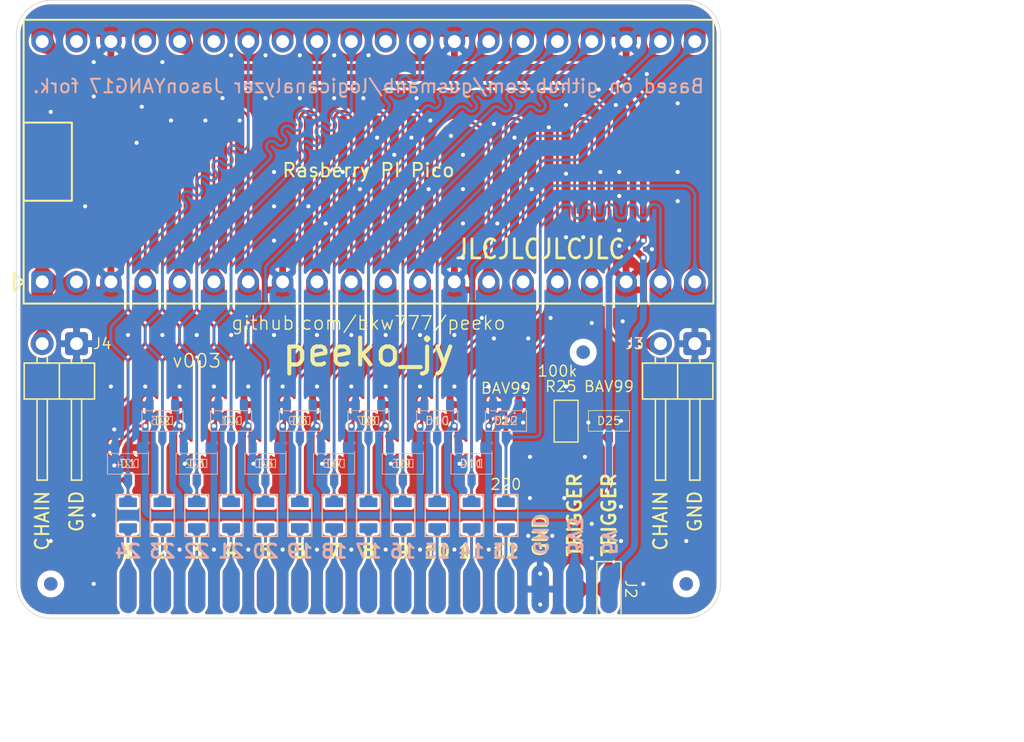
<source format=kicad_pcb>
(kicad_pcb (version 20240108) (generator "pcbnew") (generator_version "8.0")
  (title_block (title "peeko_jy") (date "2024-09-27") (rev "003") (comment 1 "github.com/bkw777/peeko") (comment 2 "Based on github.com/gusmanb/logicanalyzer JasonYANG17 fork."))
  (layers (0 "F.Cu" signal "Top Layer") (31 "B.Cu" signal "Bottom Layer") (34 "B.Paste" user "Bottom Paste Mask Layer") (35 "F.Paste" user "Top Paste Mask Layer") (36 "B.SilkS" user "Bottom Silkscreen Layer") (37 "F.SilkS" user "Top Silkscreen Layer") (38 "B.Mask" user "Bottom Solder Mask Layer") (39 "F.Mask" user "Top Solder Mask Layer") (44 "Edge.Cuts" user "Edge.cuts"))
  (net 0 "")
  (net 1 "GND")
  (net 2 "+5V")
  (net 3 "/_CH0")
  (net 4 "+3V3")
  (net 5 "/_CH1")
  (net 6 "/_CH2")
  (net 7 "/_CH3")
  (net 8 "/_CH4")
  (net 9 "/_CH5")
  (net 10 "/_CH6")
  (net 11 "/_CH7")
  (net 12 "/_CH8")
  (net 13 "/_CH9")
  (net 14 "/_CH10")
  (net 15 "/_CH11")
  (net 16 "/_CH12")
  (net 17 "/_CH13")
  (net 18 "/_CH14")
  (net 19 "/_CH15")
  (net 20 "/_CH16")
  (net 21 "/_CH17")
  (net 22 "/_CH18")
  (net 23 "/_CH19")
  (net 24 "/_CH20")
  (net 25 "/_CH21")
  (net 26 "/_CH22")
  (net 27 "/_CH23")
  (net 28 "/TRIGGER")
  (net 29 "/CHAIN")
  (net 40 "/CH8")
  (net 41 "/CH0")
  (net 42 "/CH1")
  (net 43 "/CH6")
  (net 44 "/CH17")
  (net 45 "/CH16")
  (net 46 "/CH7")
  (net 47 "/CH4")
  (net 48 "/CH11")
  (net 49 "/CH15")
  (net 50 "/CH5")
  (net 51 "/CH3")
  (net 52 "/CH14")
  (net 53 "/CH20")
  (net 54 "/CH13")
  (net 55 "/CH10")
  (net 56 "/CH19")
  (net 57 "/CH21")
  (net 58 "/CH12")
  (net 59 "/CH22")
  (net 60 "/CH2")
  (net 61 "/CH18")
  (net 62 "/CH23")
  (net 63 "/CH9")
  (footprint "000_LOCAL:SC-59" (layer "F.Cu") (at 133.3145 117.0895 -90)
    (property "Reference" "D3")
    (property "Value" "BAV99")
  )
  (footprint "000_LOCAL:PinHeader_1x02_P2.54mm_Horizontal" (layer "F.Cu") (at 170.1445 108.1995 -90)
    (property "Reference" "J3")
    (property "Value" "Conn_01x02_Pin")
  )
  (footprint "000_LOCAL:dip-40-700-pi-pico" (layer "F.Cu") (at 146.014 94.7375 90)
    (property "Reference" "J1" (hide yes))
    (property "Value" "Rasberry PI Pico")
  )
  (footprint "AnalyzerBoxPCB_fork:Fiducial_1mm_Mask2mm" (layer "F.Cu") (at 169.5095 125.9795)
    (property "Reference" "REF**" (hide yes))
    (property "Value" "Fiducial_1mm_Mask2mm" (hide yes))
  )
  (footprint "AnalyzerBoxPCB_fork:Fiducial_1mm_Mask2mm" (layer "F.Cu") (at 122.5195 125.9795)
    (property "Reference" "REF**" (hide yes))
    (property "Value" "Fiducial_1mm_Mask2mm" (hide yes))
  )
  (footprint "000_LOCAL:R_0805" (layer "F.Cu") (at 146.0145 120.8995 -90)
    (property "Reference" "R8" (hide yes))
    (property "Value" "220" (hide yes))
  )
  (footprint "000_LOCAL:R_0805" (layer "F.Cu") (at 151.0945 120.8995 -90)
    (property "Reference" "R10" (hide yes))
    (property "Value" "220" (hide yes))
  )
  (footprint "000_LOCAL:SC-59" (layer "F.Cu") (at 143.4745 117.0895 -90)
    (property "Reference" "D7")
    (property "Value" "BAV99")
  )
  (footprint "000_LOCAL:R_0805" (layer "F.Cu") (at 128.2345 120.8995 -90)
    (property "Reference" "R1" (hide yes))
    (property "Value" "220" (hide yes))
  )
  (footprint "000_LOCAL:SC-59" (layer "F.Cu") (at 135.8545 113.9145 -90)
    (property "Reference" "D4")
    (property "Value" "BAV99")
  )
  (footprint "000_LOCAL:R_0805" (layer "F.Cu") (at 156.1745 120.8995 -90)
    (property "Reference" "R12" (hide yes))
    (property "Value" "220")
  )
  (footprint "000_LOCAL:IDC_02x15_2.54_THT_male_pcb_edge" (layer "F.Cu") (at 146.0145 128.5195 -90)
    (property "Reference" "J2")
    (property "Value" "Conn_02x15_Odd_Even" (hide yes))
  )
  (footprint "000_LOCAL:SC-59" (layer "F.Cu") (at 140.9345 113.9145 -90)
    (property "Reference" "D6")
    (property "Value" "BAV99")
  )
  (footprint "000_LOCAL:SC-59" (layer "F.Cu") (at 138.3945 117.0895 -90)
    (property "Reference" "D5")
    (property "Value" "BAV99")
  )
  (footprint "000_LOCAL:R_0805" (layer "F.Cu") (at 130.7745 120.8995 -90)
    (property "Reference" "R2" (hide yes))
    (property "Value" "220" (hide yes))
  )
  (footprint "000_LOCAL:R_0805" (layer "F.Cu") (at 153.6345 120.8995 -90)
    (property "Reference" "R11" (hide yes))
    (property "Value" "220" (hide yes))
  )
  (footprint "000_LOCAL:R_0805" (layer "F.Cu") (at 133.3145 120.8995 -90)
    (property "Reference" "R3" (hide yes))
    (property "Value" "220" (hide yes))
  )
  (footprint "000_LOCAL:SC-59" (layer "F.Cu") (at 130.7745 113.9145 -90)
    (property "Reference" "D2")
    (property "Value" "BAV99")
  )
  (footprint "000_LOCAL:SC-59" (layer "F.Cu") (at 163.7945 113.9145 -90)
    (property "Reference" "D25")
    (property "Value" "BAV99")
  )
  (footprint "000_LOCAL:SC-59" (layer "F.Cu") (at 146.0145 113.9145 -90)
    (property "Reference" "D8")
    (property "Value" "BAV99")
  )
  (footprint "000_LOCAL:SC-59" (layer "F.Cu") (at 151.0945 113.9145 -90)
    (property "Reference" "D10")
    (property "Value" "BAV99")
  )
  (footprint "000_LOCAL:SC-59" (layer "F.Cu") (at 153.6345 117.0895 -90)
    (property "Reference" "D11")
    (property "Value" "BAV99")
  )
  (footprint "000_LOCAL:R_0805" (layer "F.Cu") (at 135.8545 120.8995 -90)
    (property "Reference" "R4" (hide yes))
    (property "Value" "220" (hide yes))
  )
  (footprint "000_LOCAL:SC-59" (layer "F.Cu") (at 156.1745 113.9145 -90)
    (property "Reference" "D12")
    (property "Value" "BAV99")
  )
  (footprint "000_LOCAL:R_0805" (layer "F.Cu") (at 160.6195 113.9145 -90)
    (property "Reference" "R25")
    (property "Value" "100k")
  )
  (footprint "000_LOCAL:R_0805" (layer "F.Cu") (at 138.3945 120.8995 -90)
    (property "Reference" "R5" (hide yes))
    (property "Value" "220" (hide yes))
  )
  (footprint "000_LOCAL:R_0805" (layer "F.Cu") (at 140.9345 120.8995 -90)
    (property "Reference" "R6" (hide yes))
    (property "Value" "220" (hide yes))
  )
  (footprint "000_LOCAL:R_0805" (layer "F.Cu") (at 148.5545 120.8995 -90)
    (property "Reference" "R9" (hide yes))
    (property "Value" "220" (hide yes))
  )
  (footprint "000_LOCAL:SC-59" (layer "F.Cu") (at 128.2345 117.0895 -90)
    (property "Reference" "D1")
    (property "Value" "BAV99" (hide yes))
  )
  (footprint "000_LOCAL:SC-59" (layer "F.Cu") (at 148.5545 117.0895 -90)
    (property "Reference" "D9")
    (property "Value" "BAV99")
  )
  (footprint "000_LOCAL:R_0805" (layer "F.Cu") (at 143.4745 120.8995 -90)
    (property "Reference" "R7" (hide yes))
    (property "Value" "220" (hide yes))
  )
  (footprint "000_LOCAL:PinHeader_1x02_P2.54mm_Horizontal" (layer "F.Cu") (at 124.4245 108.1995 -90)
    (property "Reference" "J4")
    (property "Value" "Conn_01x02_Pin")
  )
  (footprint "AnalyzerBoxPCB_fork:Fiducial_1mm_Mask2mm" (layer "F.Cu") (at 161.8895 108.8345)
    (property "Reference" "REF**" (hide yes))
    (property "Value" "Fiducial_1mm_Mask2mm" (hide yes))
  )
  (footprint "AnalyzerBoxPCB_fork:Fiducial_1mm_Mask2mm" (layer "B.Cu") (at 161.8895 108.8345)
    (property "Reference" "REF**" (hide yes))
    (property "Value" "Fiducial_1mm_Mask2mm" (hide yes))
  )
  (footprint "000_LOCAL:SC-59" (layer "B.Cu") (at 143.4745 117.0895 -90)
    (property "Reference" "D18")
    (property "Value" "BAV99")
  )
  (footprint "000_LOCAL:SC-59" (layer "B.Cu") (at 148.5545 117.0895 -90)
    (property "Reference" "D16")
    (property "Value" "BAV99")
  )
  (footprint "AnalyzerBoxPCB_fork:Fiducial_1mm_Mask2mm" (layer "B.Cu") (at 169.5095 125.9795)
    (property "Reference" "REF**" (hide yes))
    (property "Value" "Fiducial_1mm_Mask2mm" (hide yes))
  )
  (footprint "000_LOCAL:R_0805" (layer "B.Cu") (at 130.7745 120.8995 -90)
    (property "Reference" "R23" (hide yes))
    (property "Value" "220" (hide yes))
  )
  (footprint "000_LOCAL:SC-59" (layer "B.Cu") (at 135.8545 113.9145 -90)
    (property "Reference" "D21")
    (property "Value" "BAV99")
  )
  (footprint "000_LOCAL:SC-59" (layer "B.Cu") (at 156.1745 113.9145 -90)
    (property "Reference" "D13")
    (property "Value" "BAV99")
  )
  (footprint "000_LOCAL:R_0805" (layer "B.Cu") (at 151.0945 120.8995 -90)
    (property "Reference" "R15" (hide yes))
    (property "Value" "220" (hide yes))
  )
  (footprint "000_LOCAL:R_0805" (layer "B.Cu") (at 148.5545 120.8995 -90)
    (property "Reference" "R16" (hide yes))
    (property "Value" "220" (hide yes))
  )
  (footprint "000_LOCAL:R_0805" (layer "B.Cu") (at 146.0145 120.8995 -90)
    (property "Reference" "R17" (hide yes))
    (property "Value" "220" (hide yes))
  )
  (footprint "000_LOCAL:SC-59" (layer "B.Cu") (at 153.6345 117.0895 -90)
    (property "Reference" "D14")
    (property "Value" "BAV99")
  )
  (footprint "000_LOCAL:SC-59" (layer "B.Cu") (at 130.7745 113.9145 -90)
    (property "Reference" "D23")
    (property "Value" "BAV99")
  )
  (footprint "000_LOCAL:SC-59" (layer "B.Cu") (at 133.3145 117.0895 -90)
    (property "Reference" "D22")
    (property "Value" "BAV99")
  )
  (footprint "000_LOCAL:R_0805" (layer "B.Cu") (at 133.3145 120.8995 -90)
    (property "Reference" "R22" (hide yes))
    (property "Value" "220" (hide yes))
  )
  (footprint "000_LOCAL:R_0805" (layer "B.Cu") (at 143.4745 120.8995 -90)
    (property "Reference" "R18" (hide yes))
    (property "Value" "220" (hide yes))
  )
  (footprint "000_LOCAL:R_0805" (layer "B.Cu") (at 156.1745 120.8995 -90)
    (property "Reference" "R13" (hide yes))
    (property "Value" "220" (hide yes))
  )
  (footprint "000_LOCAL:SC-59" (layer "B.Cu") (at 146.0145 113.9145 -90)
    (property "Reference" "D17")
    (property "Value" "BAV99")
  )
  (footprint "000_LOCAL:SC-59" (layer "B.Cu") (at 128.2345 117.0895 -90)
    (property "Reference" "D24")
    (property "Value" "BAV99")
  )
  (footprint "000_LOCAL:R_0805" (layer "B.Cu") (at 128.2345 120.8995 -90)
    (property "Reference" "R24" (hide yes))
    (property "Value" "220" (hide yes))
  )
  (footprint "000_LOCAL:SC-59" (layer "B.Cu") (at 140.9345 113.9145 -90)
    (property "Reference" "D19")
    (property "Value" "BAV99")
  )
  (footprint "000_LOCAL:SC-59" (layer "B.Cu") (at 151.0945 113.9145 -90)
    (property "Reference" "D15")
    (property "Value" "BAV99")
  )
  (footprint "000_LOCAL:SC-59" (layer "B.Cu") (at 138.3945 117.0895 -90)
    (property "Reference" "D20")
    (property "Value" "BAV99")
  )
  (footprint "000_LOCAL:R_0805" (layer "B.Cu") (at 153.6345 120.8995 -90)
    (property "Reference" "R14" (hide yes))
    (property "Value" "220" (hide yes))
  )
  (footprint "000_LOCAL:R_0805" (layer "B.Cu") (at 138.3945 120.8995 -90)
    (property "Reference" "R20" (hide yes))
    (property "Value" "220" (hide yes))
  )
  (footprint "AnalyzerBoxPCB_fork:Fiducial_1mm_Mask2mm" (layer "B.Cu") (at 122.5195 125.9795)
    (property "Reference" "REF**" (hide yes))
    (property "Value" "Fiducial_1mm_Mask2mm" (hide yes))
  )
  (footprint "000_LOCAL:R_0805" (layer "B.Cu") (at 140.9345 120.8995 -90)
    (property "Reference" "R19" (hide yes))
    (property "Value" "220" (hide yes))
  )
  (footprint "000_LOCAL:R_0805" (layer "B.Cu") (at 135.8545 120.8995 -90)
    (property "Reference" "R21" (hide yes))
    (property "Value" "220" (hide yes))
  )
  (gr_arc (start 169.5095 82.7995) (mid 171.305551 83.543449) (end 172.0495 85.3395) (stroke (width 0.05)) (layer "Edge.Cuts"))
  (gr_line (start 172.0495 125.9795) (end 172.0495 85.3395) (stroke (width 0.05)) (layer "Edge.Cuts"))
  (gr_line (start 169.5095 82.7995) (end 122.5195 82.7995) (stroke (width 0.05)) (layer "Edge.Cuts"))
  (gr_line (start 119.9795 85.3395) (end 119.9795 125.9795) (stroke (width 0.05)) (layer "Edge.Cuts"))
  (gr_arc (start 172.0495 125.9795) (mid 171.305551 127.775551) (end 169.5095 128.5195) (stroke (width 0.05)) (layer "Edge.Cuts"))
  (gr_arc (start 119.9795 85.3395) (mid 120.723449 83.543449) (end 122.5195 82.7995) (stroke (width 0.05)) (layer "Edge.Cuts"))
  (gr_line (start 122.5195 128.5195) (end 169.5095 128.5195) (stroke (width 0.05)) (layer "Edge.Cuts"))
  (gr_arc (start 122.5195 128.5195) (mid 120.723449 127.775551) (end 119.9795 125.9795) (stroke (width 0.05)) (layer "Edge.Cuts"))
  (gr_text "23" (at 130.7745 123.5665 0) (layer "B.SilkS") (effects (font (size 1 1) (thickness 0.2) (bold yes)) (justify mirror)))
  (gr_text "${COMMENT2}\n" (at 146.0145 89.1495 0) (layer "B.SilkS") (effects (font (size 1 1)) (justify mirror)))
  (gr_text "3V3" (at 161.2545 123.9475 -90) (layer "B.SilkS") (effects (font (size 1 1) (thickness 0.2) (bold yes)) (justify left mirror)))
  (gr_text "13" (at 156.1745 123.5665 0) (layer "B.SilkS") (effects (font (size 1 1) (thickness 0.2) (bold yes)) (justify mirror)))
  (gr_text "20" (at 138.3945 123.5665 0) (layer "B.SilkS") (effects (font (size 1 1) (thickness 0.2) (bold yes)) (justify mirror)))
  (gr_text "19" (at 140.9345 123.5665 0) (layer "B.SilkS") (effects (font (size 1 1) (thickness 0.2) (bold yes)) (justify mirror)))
  (gr_text "22" (at 133.3145 123.5665 0) (layer "B.SilkS") (effects (font (size 1 1) (thickness 0.2) (bold yes)) (justify mirror)))
  (gr_text "24" (at 128.2345 123.5665 0) (layer "B.SilkS") (effects (font (size 1 1) (thickness 0.2) (bold yes)) (justify mirror)))
  (gr_text "15" (at 151.0945 123.5665 0) (layer "B.SilkS") (effects (font (size 1 1) (thickness 0.2) (bold yes)) (justify mirror)))
  (gr_text "16" (at 148.5545 123.5665 0) (layer "B.SilkS") (effects (font (size 1 1) (thickness 0.2) (bold yes)) (justify mirror)))
  (gr_text "5V" (at 163.7945 123.9475 -90) (layer "B.SilkS") (effects (font (size 1 1) (thickness 0.2) (bold yes)) (justify left mirror)))
  (gr_text "17" (at 146.0145 123.5665 0) (layer "B.SilkS") (effects (font (size 1 1) (thickness 0.2) (bold yes)) (justify mirror)))
  (gr_text "GND" (at 158.7145 123.9475 -90) (layer "B.SilkS") (effects (font (size 1 1) (thickness 0.2) (bold yes)) (justify left mirror)))
  (gr_text "18" (at 143.4745 123.5665 0) (layer "B.SilkS") (effects (font (size 1 1) (thickness 0.2) (bold yes)) (justify mirror)))
  (gr_text "21" (at 135.8545 123.5665 0) (layer "B.SilkS") (effects (font (size 1 1) (thickness 0.2) (bold yes)) (justify mirror)))
  (gr_text "14" (at 153.6345 123.5665 0) (layer "B.SilkS") (effects (font (size 1 1) (thickness 0.2) (bold yes)) (justify mirror)))
  (gr_text "${TITLE}" (at 146.0145 108.8345 0) (layer "F.SilkS") (effects (font (size 2 2) (thickness 0.3) (bold yes))))
  (gr_text "v${REVISION}" (at 133.3145 109.4695 0) (layer "F.SilkS") (effects (font (size 1 1) (thickness 0.1))))
  (gr_text "${COMMENT1}" (at 146.0145 106.6755 0) (layer "F.SilkS") (effects (font (size 1 1) (thickness 0.1))))
  (gr_text "CHAIN" (at 121.8845 118.9945 90) (layer "F.SilkS") (effects (font (size 1 1)) (justify right)))
  (gr_text "GND" (at 124.4245 118.9945 90) (layer "F.SilkS") (effects (font (size 1 1)) (justify right)))
  (gr_text "3" (at 133.3145 123.5665 0) (layer "F.SilkS") (effects (font (size 1 1) (thickness 0.2) (bold yes))))
  (gr_text "8" (at 146.0145 123.5665 0) (layer "F.SilkS") (effects (font (size 1 1) (thickness 0.2) (bold yes))))
  (gr_text "5" (at 138.3945 123.5665 0) (layer "F.SilkS") (effects (font (size 1 1) (thickness 0.2) (bold yes))))
  (gr_text "GND" (at 158.7145 124.0745 90) (layer "F.SilkS") (effects (font (size 1 1) (thickness 0.2) (bold yes)) (justify left)))
  (gr_text "11" (at 153.6345 123.5665 0) (layer "F.SilkS") (effects (font (size 1 1) (thickness 0.2) (bold yes))))
  (gr_text "TRIGGER" (at 163.7945 124.0745 90) (layer "F.SilkS") (effects (font (size 1 1) (thickness 0.2) (bold yes)) (justify left)))
  (gr_text "4" (at 135.8545 123.5665 0) (layer "F.SilkS") (effects (font (size 1 1) (thickness 0.2) (bold yes))))
  (gr_text "TRIGGER" (at 161.2545 124.0745 90) (layer "F.SilkS") (effects (font (size 1 1) (thickness 0.2) (bold yes)) (justify left)))
  (gr_text "CHAIN" (at 167.6045 118.9945 90) (layer "F.SilkS") (effects (font (size 1 1)) (justify right)))
  (gr_text "10" (at 151.0945 123.5665 0) (layer "F.SilkS") (effects (font (size 1 1) (thickness 0.2) (bold yes))))
  (gr_text "GND" (at 170.1445 118.9945 90) (layer "F.SilkS") (effects (font (size 1 1)) (justify right)))
  (gr_text "12" (at 156.1745 123.5665 0) (layer "F.SilkS") (effects (font (size 1 1) (thickness 0.2) (bold yes))))
  (gr_text "1" (at 128.2345 123.5665 0) (layer "F.SilkS") (effects (font (size 1 1) (thickness 0.2) (bold yes))))
  (gr_text "7" (at 143.4745 123.5665 0) (layer "F.SilkS") (effects (font (size 1 1) (thickness 0.2) (bold yes))))
  (gr_text "2" (at 130.7745 123.5665 0) (layer "F.SilkS") (effects (font (size 1 1) (thickness 0.2) (bold yes))))
  (gr_text "6" (at 140.9345 123.5665 0) (layer "F.SilkS") (effects (font (size 1 1) (thickness 0.2) (bold yes))))
  (gr_text "9" (at 148.5545 123.5665 0) (layer "F.SilkS") (effects (font (size 1 1) (thickness 0.2) (bold yes))))
  (gr_text "JLCJLCJLCJLC" (at 158.7145 101.2145 0) (layer "F.SilkS") (effects (font (size 1.4225 1.219) (thickness 0.203))))
  (via (at 169.5095 122.8045) (size 0.5) (drill 0.3) (layers "F.Cu" "B.Cu") (net 1))
  (via (at 143.4745 86.8635) (size 0.5) (drill 0.3) (layers "F.Cu" "B.Cu") (net 1))
  (via (at 149.8245 107.5645) (size 0.5) (drill 0.3) (layers "F.Cu" "B.Cu") (net 1))
  (via (at 130.7745 87.3715) (size 0.5) (drill 0.3) (layers "F.Cu" "B.Cu") (net 1))
  (via (at 159.3495 92.1975) (size 0.5) (drill 0.3) (layers "F.Cu" "B.Cu") (net 1))
  (via (at 164.6835 113.9145) (size 0.5) (drill 0.3) (layers "F.Cu" "B.Cu") (net 1))
  (via (at 132.0445 111.3745) (size 0.5) (drill 0.3) (layers "F.Cu" "B.Cu") (net 1))
  (via (at 160.6195 111.3745) (size 0.5) (drill 0.3) (layers "F.Cu" "B.Cu") (net 1))
  (via (at 162.0165 116.5815) (size 0.5) (drill 0.3) (layers "F.Cu" "B.Cu") (net 1))
  (via (at 144.7445 123.4395) (size 0.5) (drill 0.3) (layers "F.Cu" "B.Cu") (net 1))
  (via (at 128.8695 93.3405) (size 0.5) (drill 0.3) (layers "F.Cu" "B.Cu") (net 1))
  (via (at 162.2705 114.0415) (size 0.5) (drill 0.3) (layers "F.Cu" "B.Cu") (net 1))
  (via (at 157.9525 119.6295) (size 0.5) (drill 0.3) (layers "F.Cu" "B.Cu") (net 1))
  (via (at 133.3145 107.5645) (size 0.5) (drill 0.3) (layers "F.Cu" "B.Cu") (net 1))
  (via (at 156.8095 92.9595) (size 0.5) (drill 0.3) (layers "F.Cu" "B.Cu") (net 1))
  (via (at 137.1245 123.4395) (size 0.5) (drill 0.3) (layers "F.Cu" "B.Cu") (net 1))
  (via (at 144.7445 111.3745) (size 0.5) (drill 0.3) (layers "F.Cu" "B.Cu") (net 1))
  (via (at 130.7745 107.5645) (size 0.5) (drill 0.3) (layers "F.Cu" "B.Cu") (net 1))
  (via (at 162.5245 121.5345) (size 0.5) (drill 0.3) (layers "F.Cu" "B.Cu") (net 1))
  (via (at 158.0795 96.7695) (size 0.5) (drill 0.3) (layers "F.Cu" "B.Cu") (net 1))
  (via (at 164.6835 122.8045) (size 0.5) (drill 0.3) (layers "F.Cu" "B.Cu") (net 1))
  (via (at 140.9345 90.0385) (size 0.5) (drill 0.3) (layers "F.Cu" "B.Cu") (net 1))
  (via (at 164.5565 100.9605) (size 0.5) (drill 0.3) (layers "F.Cu" "B.Cu") (net 1))
  (via (at 163.1595 100.3255) (size 0.5) (drill 0.3) (layers "F.Cu" "B.Cu") (net 1))
  (via (at 135.8545 107.5645) (size 0.5) (drill 0.3) (layers "F.Cu" "B.Cu") (net 1))
  (via (at 164.6835 120.2645) (size 0.5) (drill 0.3) (layers "F.Cu" "B.Cu") (net 1))
  (via (at 144.1095 95.4995) (size 0.5) (drill 0.3) (layers "F.Cu" "B.Cu") (net 1))
  (via (at 142.8395 99.3095) (size 0.5) (drill 0.3) (layers "F.Cu" "B.Cu") (net 1))
  (via (at 152.7455 117.0895) (size 0.5) (drill 0.3) (layers "F.Cu" "B.Cu") (net 1))
  (via (at 160.6195 90.5465) (size 0.5) (drill 0.3) (layers "F.Cu" "B.Cu") (net 1))
  (via (at 152.3645 107.5645) (size 0.5) (drill 0.3) (layers "F.Cu" "B.Cu") (net 1))
  (via (at 149.5705 90.0385) (size 0.5) (drill 0.3) (layers "F.Cu" "B.Cu") (net 1))
  (via (at 155.5395 99.3095) (size 0.5) (drill 0.3) (layers "F.Cu" "B.Cu") (net 1))
  (via (at 168.8745 95.4995) (size 0.5) (drill 0.3) (layers "F.Cu" "B.Cu") (net 1))
  (via (at 140.9345 86.8635) (size 0.5) (drill 0.3) (layers "F.Cu" "B.Cu") (net 1))
  (via (at 161.8895 100.3255) (size 0.5) (drill 0.3) (layers "F.Cu" "B.Cu") (net 1))
  (via (at 125.0595 98.0395) (size 0.5) (drill 0.3) (layers "F.Cu" "B.Cu") (net 1))
  (via (at 138.3945 86.8635) (size 0.5) (drill 0.3) (layers "F.Cu" "B.Cu") (net 1))
  (via (at 139.0295 95.4995) (size 0.5) (drill 0.3) (layers "F.Cu" "B.Cu") (net 1))
  (via (at 149.8245 123.4395) (size 0.5) (drill 0.3) (layers "F.Cu" "B.Cu") (net 1))
  (via (at 127.2185 117.2165) (size 0.5) (drill 0.3) (layers "F.Cu" "B.Cu") (net 1))
  (via (at 152.9995 96.7695) (size 0.5) (drill 0.3) (layers "F.Cu" "B.Cu") (net 1))
  (via (at 135.2195 90.0385) (size 0.5) (drill 0.3) (layers "F.Cu" "B.Cu") (net 1))
  (via (at 164.3025 90.5465) (size 0.5) (drill 0.3) (layers "F.Cu" "B.Cu") (net 1))
  (via (at 136.4895 91.6895) (size 0.5) (drill 0.3) (layers "F.Cu" "B.Cu") (net 1))
  (via (at 163.1595 95.4995) (size 0.5) (drill 0.3) (layers "F.Cu" "B.Cu") (net 1))
  (via (at 139.0295 98.0395) (size 0.5) (drill 0.3) (layers "F.Cu" "B.Cu") (net 1))
  (via (at 154.9045 123.4395) (size 0.5) (drill 0.3) (layers "F.Cu" "B.Cu") (net 1))
  (via (at 157.8255 107.8185) (size 0.5) (drill 0.3) (layers "F.Cu" "B.Cu") (net 1))
  (via (at 158.7145 125.2175) (size 0.5) (drill 0.3) (layers "F.Cu" "B.Cu") (net 1))
  (via (at 142.2045 123.4395) (size 0.5) (drill 0.3) (layers "F.Cu" "B.Cu") (net 1))
  (via (at 144.7445 107.5645) (size 0.5) (drill 0.3) (layers "F.Cu" "B.Cu") (net 1))
  (via (at 133.9495 91.6895) (size 0.5) (drill 0.3) (layers "F.Cu" "B.Cu") (net 1))
  (via (at 125.6945 120.8995) (size 0.5) (drill 0.3) (layers "F.Cu" "B.Cu") (net 1))
  (via (at 145.6335 90.0385) (size 0.5) (drill 0.3) (layers "F.Cu" "B.Cu") (net 1))
  (via (at 155.2855 91.9435) (size 0.5) (drill 0.3) (layers "F.Cu" "B.Cu") (net 1))
  (via (at 126.9645 111.3745) (size 0.5) (drill 0.3) (layers "F.Cu" "B.Cu") (net 1))
  (via (at 163.0325 89.4035) (size 0.5) (drill 0.3) (layers "F.Cu" "B.Cu") (net 1))
  (via (at 139.6645 111.3745) (size 0.5) (drill 0.3) (layers "F.Cu" "B.Cu") (net 1))
  (via (at 154.9045 111.3745) (size 0.5) (drill 0.3) (layers "F.Cu" "B.Cu") (net 1))
  (via (at 162.5245 106.6755) (size 0.5) (drill 0.3) (layers "F.Cu" "B.Cu") (net 1))
  (via (at 152.3645 123.4395) (size 0.5) (drill 0.3) (layers "F.Cu" "B.Cu") (net 1))
  (via (at 125.6945 125.9795) (size 0.5) (drill 0.3) (layers "F.Cu" "B.Cu") (net 1))
  (via (at 149.8245 111.3745) (size 0.5) (drill 0.3) (layers "F.Cu" "B.Cu") (net 1))
  (via (at 164.5565 99.8175) (size 0.5) (drill 0.3) (layers "F.Cu" "B.Cu") (net 1))
  (via (at 122.5195 122.8045) (size 0.5) (drill 0.3) (layers "F.Cu" "B.Cu") (net 1))
  (via (at 132.4255 117.0895) (size 0.5) (drill 0.3) (layers "F.Cu" "B.Cu") (net 1))
  (via (at 139.0295 100.5795) (size 0.5) (drill 0.3) (layers "F.Cu" "B.Cu") (net 1))
  (via (at 152.9995 94.2295) (size 0.5) (drill 0.3) (layers "F.Cu" "B.Cu") (net 1))
  (via (at 134.5845 123.4395) (size 0.5) (drill 0.3) (layers "F.Cu" "B.Cu") (net 1))
  (via (at 160.6195 100.3255) (size 0.5) (drill 0.3) (layers "F.Cu" "B.Cu") (net 1))
  (via (at 135.8545 86.8635) (size 0.5) (drill 0.3) (layers "F.Cu" "B.Cu") (net 1))
  (via (at 164.5565 97.2775) (size 0.5) (drill 0.3) (layers "F.Cu" "B.Cu") (net 1))
  (via (at 142.2045 111.3745) (size 0.5) (drill 0.3) (layers "F.Cu" "B.Cu") (net 1))
  (via (at 168.8745 90.4195) (size 0.5) (drill 0.3) (layers "F.Cu" "B.Cu") (net 1))
  (via (at 147.2845 123.4395) (size 0.5) (drill 0.3) (layers "F.Cu" "B.Cu") (net 1))
  (via (at 159.4765 106.2945) (size 0.5) (drill 0.3) (layers "F.Cu" "B.Cu") (net 1))
  (via (at 168.8745 97.6585) (size 0.5) (drill 0.3) (layers "F.Cu" "B.Cu") (net 1))
  (via (at 152.9995 101.8495) (size 0.5) (drill 0.3) (layers "F.Cu" "B.Cu") (net 1))
  (via (at 138.3945 90.0385) (size 0.5) (drill 0.3) (layers "F.Cu" "B.Cu") (net 1))
  (via (at 129.2505 90.6735) (size 0.5) (drill 0.3) (layers "F.Cu" "B.Cu") (net 1))
  (via (at 143.4745 90.0385) (size 0.5) (drill 0.3) (layers "F.Cu" "B.Cu") (net 1))
  (via (at 134.5845 111.3745) (size 0.5) (drill 0.3) (layers "F.Cu" "B.Cu") (net 1))
  (via (at 147.2845 107.5645) (size 0.5) (drill 0.3) (layers "F.Cu" "B.Cu") (net 1))
  (via (at 150.5865 91.6895) (size 0.5) (drill 0.3) (layers "F.Cu" "B.Cu") (net 1))
  (via (at 160.6195 95.6265) (size 0.5) (drill 0.3) (layers "F.Cu" "B.Cu") (net 1))
  (via (at 127.2185 114.5495) (size 0.5) (drill 0.3) (layers "F.Cu" "B.Cu") (net 1))
  (via (at 166.5885 88.2605) (size 0.5) (drill 0.3) (layers "F.Cu" "B.Cu") (net 1))
  (via (at 147.9195 94.2295) (size 0.5) (drill 0.3) (layers "F.Cu" "B.Cu") (net 1))
  (via (at 157.4445 111.3745) (size 0.5) (drill 0.3) (layers "F.Cu" "B.Cu") (net 1))
  (via (at 142.5855 117.0895) (size 0.5) (drill 0.3) (layers "F.Cu" "B.Cu") (net 1))
  (via (at 137.1245 111.3745) (size 0.5) (drill 0.3) (layers "F.Cu" "B.Cu") (net 1))
  (via (at 146.0145 86.8635) (size 0.5) (drill 0.3) (layers "F.Cu" "B.Cu") (net 1))
  (via (at 145.3795 96.7695) (size 0.5) (drill 0.3) (layers "F.Cu" "B.Cu") (net 1))
  (via (at 146.6495 92.9595) (size 0.5) (drill 0.3) (layers "F.Cu" "B.Cu") (net 1))
  (via (at 150.4595 96.7695) (size 0.5) (drill 0.3) (layers "F.Cu" "B.Cu") (net 1))
  (via (at 122.5195 91.0545) (size 0.5) (drill 0.3) (layers "F.Cu" "B.Cu") (net 1))
  (via (at 129.5045 111.3745) (size 0.5) (drill 0.3) (layers "F.Cu" "B.Cu") (net 1))
  (via (at 125.6945 87.3715) (size 0.5) (drill 0.3) (layers "F.Cu" "B.Cu") (net 1))
  (via (at 152.9995 99.3095) (size 0.5) (drill 0.3) (layers "F.Cu" "B.Cu") (net 1))
  (via (at 137.5055 117.0895) (size 0.5) (drill 0.3) (layers "F.Cu" "B.Cu") (net 1))
  (via (at 159.6035 122.4235) (size 0.5) (drill 0.3) (layers "F.Cu" "B.Cu") (net 1))
  (via (at 131.4095 91.6895) (size 0.5) (drill 0.3) (layers "F.Cu" "B.Cu") (net 1))
  (via (at 154.3965 106.2945) (size 0.5) (drill 0.3) (layers "F.Cu" "B.Cu") (net 1))
  (via (at 157.4445 114.0415) (size 0.5) (drill 0.3) (layers "F.Cu" "B.Cu") (net 1))
  (via (at 160.4925 119.6295) (size 0.5) (drill 0.3) (layers "F.Cu" "B.Cu") (net 1))
  (via (at 155.2855 107.8185) (size 0.5) (drill 0.3) (layers "F.Cu" "B.Cu") (net 1))
  (via (at 128.2345 107.5645) (size 0.5) (drill 0.3) (layers "F.Cu" "B.Cu") (net 1))
  (via (at 147.6655 117.0895) (size 0.5) (drill 0.3) (layers "F.Cu" "B.Cu") (net 1))
  (via (at 152.1105 92.8325) (size 0.5) (drill 0.3) (layers "F.Cu" "B.Cu") (net 1))
  (via (at 142.2045 107.5645) (size 0.5) (drill 0.3) (layers "F.Cu" "B.Cu") (net 1))
  (via (at 132.0445 123.4395) (size 0.5) (drill 0.3) (layers "F.Cu" "B.Cu") (net 1))
  (via (at 152.3645 111.3745) (size 0.5) (drill 0.3) (layers "F.Cu" "B.Cu") (net 1))
  (via (at 139.0295 107.5645) (size 0.5) (drill 0.3) (layers "F.Cu" "B.Cu") (net 1))
  (via (at 139.6645 123.4395) (size 0.5) (drill 0.3) (layers "F.Cu" "B.Cu") (net 1))
  (via (at 157.9525 116.5815) (size 0.5) (drill 0.3) (layers "F.Cu" "B.Cu") (net 1))
  (via (at 166.3345 125.9795) (size 0.5) (drill 0.3) (layers "F.Cu" "B.Cu") (net 1))
  (via (at 149.1895 92.9595) (size 0.5) (drill 0.3) (layers "F.Cu" "B.Cu") (net 1))
  (via (at 157.8255 122.4235) (size 0.5) (drill 0.3) (layers "F.Cu" "B.Cu") (net 1))
  (via (at 158.7145 127.5035) (size 0.5) (drill 0.3) (layers "F.Cu" "B.Cu") (net 1))
  (via (at 164.5565 95.4995) (size 0.5) (drill 0.3) (layers "F.Cu" "B.Cu") (net 1))
  (via (at 141.5695 98.0395) (size 0.5) (drill 0.3) (layers "F.Cu" "B.Cu") (net 1))
  (via (at 164.8105 106.5485) (size 0.5) (drill 0.3) (layers "F.Cu" "B.Cu") (net 1))
  (via (at 166.9695 101.2145) (size 0.5) (drill 0.3) (layers "F.Cu" "B.Cu") (net 1))
  (via (at 125.6945 89.9115) (size 0.5) (drill 0.3) (layers "F.Cu" "B.Cu") (net 1))
  (via (at 162.5245 124.0745) (size 0.5) (drill 0.3) (layers "F.Cu" "B.Cu") (net 1))
  (via (at 147.2845 111.3745) (size 0.5) (drill 0.3) (layers "F.Cu" "B.Cu") (net 1))
  (segment (start 165.279607 90.253607) (end 163.833393 88.807393) (width 0.5) (layer "F.Cu") (net 2))
  (segment (start 163.126286 88.5145) (end 124.965214 88.5145) (width 0.5) (layer "F.Cu") (net 2))
  (segment (start 124.258107 88.221607) (end 121.884 85.8475) (width 0.5) (layer "F.Cu") (net 2))
  (segment (start 165.5725 100.673286) (end 165.5725 90.960714) (width 0.5) (layer "F.Cu") (net 2))
  (segment (start 166.3345 101.8495) (end 165.865393 101.380393) (width 0.5) (layer "F.Cu") (net 2))
  (via (at 166.3345 101.8495) (size 0.5) (drill 0.3) (layers "F.Cu" "B.Cu") (net 2))
  (arc (start 163.833393 88.807393) (mid 163.50897 88.59062) (end 163.126286 88.5145) (width 0.5) (layer "F.Cu") (net 2))
  (arc (start 124.965214 88.5145) (mid 124.582531 88.43838) (end 124.258107 88.221607) (width 0.5) (layer "F.Cu") (net 2))
  (arc (start 165.5725 100.673286) (mid 165.64862 101.055969) (end 165.865393 101.380393) (width 0.5) (layer "F.Cu") (net 2))
  (arc (start 165.279607 90.253607) (mid 165.49638 90.57803) (end 165.5725 90.960714) (width 0.5) (layer "F.Cu") (net 2))
  (segment (start 163.7945 126.3605) (end 163.7945 125.2175) (width 0.5) (layer "B.Cu") (net 2))
  (segment (start 165.992393 107.017607) (end 166.041607 106.968393) (width 0.5) (layer "B.Cu") (net 2))
  (segment (start 165.6995 122.898286) (end 165.6995 107.724714) (width 0.5) (layer "B.Cu") (net 2))
  (segment (start 163.7945 125.2175) (end 165.406607 123.605393) (width 0.5) (layer "B.Cu") (net 2))
  (segment (start 166.3345 106.261286) (end 166.3345 101.8495) (width 0.5) (layer "B.Cu") (net 2))
  (arc (start 166.3345 106.261286) (mid 166.25838 106.643969) (end 166.041607 106.968393) (width 0.5) (layer "B.Cu") (net 2))
  (arc (start 165.6995 122.898286) (mid 165.62338 123.280969) (end 165.406607 123.605393) (width 0.5) (layer "B.Cu") (net 2))
  (arc (start 165.6995 107.724714) (mid 165.77562 107.342031) (end 165.992393 107.017607) (width 0.5) (layer "B.Cu") (net 2))
  (segment (start 125.753487 114.617513) (end 128.2345 112.1365) (width 0.2) (layer "F.Cu") (net 3))
  (segment (start 125.5675 117.207474) (end 125.5675 115.066526) (width 0.2) (layer "F.Cu") (net 3))
  (segment (start 128.2345 112.1365) (end 128.2345 109.676607) (width 0.2) (layer "F.Cu") (net 3))
  (segment (start 129.5045 93.2295) (end 129.5045 103.627) (width 0.2) (layer "F.Cu") (net 3))
  (segment (start 128.2345 105.452393) (end 128.2345 93.2295) (width 0.2) (layer "F.Cu") (net 3))
  (segment (start 129.358053 106.783053) (end 128.380946 105.805946) (width 0.2) (layer "F.Cu") (net 3))
  (segment (start 126.200513 118.103513) (end 125.753487 117.656487) (width 0.2) (layer "F.Cu") (net 3))
  (segment (start 128.2345 118.2895) (end 126.649526 118.2895) (width 0.2) (layer "F.Cu") (net 3))
  (segment (start 128.380947 109.323053) (end 129.358054 108.345946) (width 0.2) (layer "F.Cu") (net 3))
  (segment (start 128.2345 119.9495) (end 128.2345 118.2895) (width 0.2) (layer "F.Cu") (net 3))
  (segment (start 129.5045 103.627) (end 129.504 103.6275) (width 0.2) (layer "F.Cu") (net 3))
  (segment (start 129.5045 107.992393) (end 129.5045 107.136607) (width 0.2) (layer "F.Cu") (net 3))
  (arc (start 125.5675 115.066526) (mid 125.615836 114.823522) (end 125.753487 114.617513) (width 0.2) (layer "F.Cu") (net 3))
  (arc (start 126.649526 118.2895) (mid 126.406522 118.241164) (end 126.200513 118.103513) (width 0.2) (layer "F.Cu") (net 3))
  (arc (start 128.2345 93.2295) (mid 128.420487 92.780487) (end 128.8695 92.5945) (width 0.2) (layer "F.Cu") (net 3))
  (arc (start 129.358054 108.345946) (mid 129.46644 108.183734) (end 129.5045 107.992393) (width 0.2) (layer "F.Cu") (net 3))
  (arc (start 129.5045 107.136607) (mid 129.46644 106.945265) (end 129.358053 106.783053) (width 0.2) (layer "F.Cu") (net 3))
  (arc (start 128.2345 109.676607) (mid 128.27256 109.485265) (end 128.380947 109.323053) (width 0.2) (layer "F.Cu") (net 3))
  (arc (start 125.753487 117.656487) (mid 125.615836 117.450478) (end 125.5675 117.207474) (width 0.2) (layer "F.Cu") (net 3))
  (arc (start 128.8695 92.5945) (mid 129.318513 92.780487) (end 129.5045 93.2295) (width 0.2) (layer "F.Cu") (net 3))
  (arc (start 128.2345 105.452393) (mid 128.27256 105.643734) (end 128.380946 105.805946) (width 0.2) (layer "F.Cu") (net 3))
  (segment (start 163.507286 87.7525) (end 134.363214 87.7525) (width 0.5) (layer "F.Cu") (net 4))
  (segment (start 139.9845 112.714499) (end 139.7915 112.907499) (width 0.2) (layer "F.Cu") (net 4))
  (segment (start 132.3645 115.889499) (end 132.1715 115.696499) (width 0.2) (layer "F.Cu") (net 4))
  (segment (start 142.3315 115.696499) (end 142.3315 114.4225) (width 0.2) (layer "F.Cu") (net 4))
  (segment (start 137.4445 115.889499) (end 137.2515 115.696499) (width 0.2) (layer "F.Cu") (net 4))
  (segment (start 133.656107 87.459607) (end 132.044 85.8475) (width 0.5) (layer "F.Cu") (net 4))
  (segment (start 166.3345 100.5795) (end 166.3345 90.579714) (width 0.5) (layer "F.Cu") (net 4))
  (segment (start 129.8245 112.714499) (end 129.6315 112.907499) (width 0.2) (layer "F.Cu") (net 4))
  (segment (start 149.9515 114.1685) (end 149.8245 114.2955) (width 0.2) (layer "F.Cu") (net 4))
  (segment (start 137.2515 115.696499) (end 137.2515 114.4225) (width 0.2) (layer "F.Cu") (net 4))
  (segment (start 155.0315 114.1685) (end 154.9045 114.2955) (width 0.2) (layer "F.Cu") (net 4))
  (segment (start 147.4115 114.4225) (end 147.2845 114.2955) (width 0.2) (layer "F.Cu") (net 4))
  (segment (start 129.5045 114.2955) (end 128.976184 114.2955) (width 0.2) (layer "F.Cu") (net 4))
  (segment (start 147.4115 115.696499) (end 147.4115 114.4225) (width 0.2) (layer "F.Cu") (net 4))
  (segment (start 142.5245 115.889499) (end 142.3315 115.696499) (width 0.2) (layer "F.Cu") (net 4))
  (segment (start 144.8715 114.1685) (end 144.7445 114.2955) (width 0.2) (layer "F.Cu") (net 4))
  (segment (start 132.1715 114.4225) (end 132.0445 114.2955) (width 0.2) (layer "F.Cu") (net 4))
  (segment (start 149.9515 112.907499) (end 149.9515 114.1685) (width 0.2) (layer "F.Cu") (net 4))
  (segment (start 134.9045 112.714499) (end 134.7115 112.907499) (width 0.2) (layer "F.Cu") (net 4))
  (segment (start 152.4915 114.4225) (end 152.3645 114.2955) (width 0.2) (layer "F.Cu") (net 4))
  (segment (start 134.7115 114.1685) (end 134.5845 114.2955) (width 0.2) (layer "F.Cu") (net 4))
  (segment (start 166.041607 89.872607) (end 164.214393 88.045393) (width 0.5) (layer "F.Cu") (net 4))
  (segment (start 150.1445 112.714499) (end 149.9515 112.907499) (width 0.2) (layer "F.Cu") (net 4))
  (segment (start 139.7915 112.907499) (end 139.7915 114.1685) (width 0.2) (layer "F.Cu") (net 4))
  (segment (start 129.6315 112.907499) (end 129.6315 114.1685) (width 0.2) (layer "F.Cu") (net 4))
  (segment (start 128.693341 114.412658) (end 127.2845 115.821499) (width 0.2) (layer "F.Cu") (net 4))
  (segment (start 132.1715 115.696499) (end 132.1715 114.4225) (width 0.2) (layer "F.Cu") (net 4))
  (segment (start 129.6315 114.1685) (end 129.5045 114.2955) (width 0.2) (layer "F.Cu") (net 4))
  (segment (start 147.6045 115.889499) (end 147.4115 115.696499) (width 0.2) (layer "F.Cu") (net 4))
  (segment (start 155.0315 112.907499) (end 155.0315 114.1685) (width 0.2) (layer "F.Cu") (net 4))
  (segment (start 142.3315 114.4225) (end 142.2045 114.2955) (width 0.2) (layer "F.Cu") (net 4))
  (segment (start 137.2515 114.4225) (end 137.1245 114.2955) (width 0.2) (layer "F.Cu") (net 4))
  (segment (start 152.6845 115.889499) (end 152.4915 115.696499) (width 0.2) (layer "F.Cu") (net 4))
  (segment (start 139.7915 114.1685) (end 139.6645 114.2955) (width 0.2) (layer "F.Cu") (net 4))
  (segment (start 155.2245 112.714499) (end 155.0315 112.907499) (width 0.2) (layer "F.Cu") (net 4))
  (segment (start 152.4915 115.696499) (end 152.4915 114.4225) (width 0.2) (layer "F.Cu") (net 4))
  (segment (start 127.2845 115.821499) (end 127.2845 115.889499) (width 0.2) (layer "F.Cu") (net 4))
  (segment (start 134.7115 112.907499) (end 134.7115 114.1685) (width 0.2) (layer "F.Cu") (net 4))
  (segment (start 145.0645 112.714499) (end 144.8715 112.907499) (width 0.2) (layer "F.Cu") (net 4))
  (segment (start 144.8715 112.907499) (end 144.8715 114.1685) (width 0.2) (layer "F.Cu") (net 4))
  (via (at 139.6645 114.2955) (size 0.5) (drill 0.3) (layers "F.Cu" "B.Cu") (net 4))
  (via (at 134.5845 114.2955) (size 0.5) (drill 0.3) (layers "F.Cu" "B.Cu") (net 4))
  (via (at 147.2845 114.2955) (size 0.5) (drill 0.3) (layers "F.Cu" "B.Cu") (net 4))
  (via (at 132.0445 114.2955) (size 0.5) (drill 0.3) (layers "F.Cu" "B.Cu") (net 4))
  (via (at 142.2045 114.2955) (size 0.5) (drill 0.3) (layers "F.Cu" "B.Cu") (net 4))
  (via (at 144.7445 114.2955) (size 0.5) (drill 0.3) (layers "F.Cu" "B.Cu") (net 4))
  (via (at 149.8245 114.2955) (size 0.5) (drill 0.3) (layers "F.Cu" "B.Cu") (net 4))
  (via (at 166.3345 100.5795) (size 0.5) (drill 0.3) (layers "F.Cu" "B.Cu") (net 4))
  (via (at 154.9045 114.2955) (size 0.5) (drill 0.3) (layers "F.Cu" "B.Cu") (net 4))
  (via (at 129.5045 114.2955) (size 0.5) (drill 0.3) (layers "F.Cu" "B.Cu") (net 4))
  (via (at 137.1245 114.2955) (size 0.5) (drill 0.3) (layers "F.Cu" "B.Cu") (net 4))
  (via (at 152.3645 114.2955) (size 0.5) (drill 0.3) (layers "F.Cu" "B.Cu") (net 4))
  (arc (start 164.214393 88.045393) (mid 163.88997 87.82862) (end 163.507286 87.7525) (width 0.5) (layer "F.Cu") (net 4))
  (arc (start 128.976184 114.2955) (mid 128.82311 114.325948) (end 128.693341 114.412658) (width 0.2) (layer "F.Cu") (net 4))
  (arc (start 166.3345 90.579714) (mid 166.25838 90.197031) (end 166.041607 89.872607) (width 0.5) (layer "F.Cu") (net 4))
  (arc (start 134.363214 87.7525) (mid 133.98053 87.67638) (end 133.656107 87.459607) (width 0.5) (layer "F.Cu") (net 4))
  (segment (start 146.922947 114.657053) (end 147.2845 114.2955) (width 0.5) (layer "B.Cu") (net 4))
  (segment (start 147.138053 119.229053) (end 146.922946 119.013946) (width 0.5) (layer "B.Cu") (net 4))
  (segment (start 152.218053 119.229053) (end 152.002946 119.013946) (width 0.5) (layer "B.Cu") (net 4))
  (segment (start 152.0445 112.714499) (end 152.2375 112.907499) (width 0.2) (layer "B.Cu") (net 4))
  (segment (start 131.898053 119.229053) (end 131.682946 119.013946) (width 0.5) (layer "B.Cu") (net 4))
  (segment (start 144.4245 115.8895) (end 144.7345 115.8895) (width 0.2) (layer "B.Cu") (net 4))
  (segment (start 154.9045 114.2955) (end 155.042948 114.2955) (width 0.2) (layer "B.Cu") (net 4))
  (segment (start 131.9175 112.907499) (end 131.9175 114.1685) (width 0.2) (layer "B.Cu") (net 4))
  (segment (start 156.164658 113.797342) (end 157.1245 112.8375) (width 0.2) (layer "B.Cu") (net 4))
  (segment (start 136.9975 112.907499) (end 136.9975 114.1685) (width 0.2) (layer "B.Cu") (net 4))
  (segment (start 161.2545 120.8995) (end 132.0445 120.8995) (width 0.5) (layer "B.Cu") (net 4))
  (segment (start 154.903634 120.9) (end 154.903634 115.8995) (width 0.5) (layer "B.Cu") (net 4))
  (segment (start 129.5045 115.8995) (end 129.5045 114.2955) (width 0.5) (layer "B.Cu") (net 4))
  (segment (start 154.5845 115.8895) (end 154.893634 115.8895) (width 0.2) (layer "B.Cu") (net 4))
  (segment (start 149.5045 115.8895) (end 149.7845 115.8895) (width 0.2) (layer "B.Cu") (net 4))
  (segment (start 147.1575 112.907499) (end 147.1575 114.1685) (width 0.2) (layer "B.Cu") (net 4))
  (segment (start 152.2375 112.907499) (end 152.2375 114.1685) (width 0.2) (layer "B.Cu") (net 4))
  (segment (start 147.2845 120.8995) (end 147.2845 119.582607) (width 0.5) (layer "B.Cu") (net 4))
  (segment (start 147.1575 114.1685) (end 147.2845 114.2955) (width 0.2) (layer "B.Cu") (net 4))
  (segment (start 131.682947 114.657053) (end 132.0445 114.2955) (width 0.5) (layer "B.Cu") (net 4))
  (segment (start 152.002947 114.657053) (end 152.3645 114.2955) (width 0.5) (layer "B.Cu") (net 4))
  (segment (start 134.5845 115.8995) (end 134.5845 114.2945) (width 0.5) (layer "B.Cu") (net 4))
  (segment (start 136.6165 118.660393) (end 136.6165 115.010607) (width 0.5) (layer "B.Cu") (net 4))
  (segment (start 161.2545 120.8995) (end 161.2545 126.3605) (width 0.5) (layer "B.Cu") (net 4))
  (segment (start 136.762947 114.657053) (end 137.1245 114.2955) (width 0.5) (layer "B.Cu") (net 4))
  (segment (start 144.7445 120.8985) (end 144.7445 115.8995) (width 0.5) (layer "B.Cu") (net 4))
  (segment (start 129.5045 120.3995) (end 129.5045 115.8995) (width 0.5) (layer "B.Cu") (net 4))
  (segment (start 139.6545 115.8895) (end 139.6645 115.8995) (width 0.2) (layer "B.Cu") (net 4))
  (segment (start 134.5845 120.8985) (end 134.5845 115.8995) (width 0.5) (layer "B.Cu") (net 4))
  (segment (start 149.8245 115.8495) (end 149.8245 114.2945) (width 0.5) (layer "B.Cu") (net 4))
  (segment (start 142.2045 120.8995) (end 142.2045 119.582607) (width 0.5) (layer "B.Cu") (net 4))
  (segment (start 134.5745 115.8895) (end 134.5845 115.8995) (width 0.2) (layer "B.Cu") (net 4))
  (segment (start 154.9045 114.2955) (end 155.168343 114.031657) (width 0.2) (layer "B.Cu") (net 4))
  (segment (start 136.978053 119.229053) (end 136.762946 119.013946) (width 0.5) (layer "B.Cu") (net 4))
  (segment (start 139.6645 115.8995) (end 139.6645 114.2955) (width 0.5) (layer "B.Cu") (net 4))
  (segment (start 129.4945 115.8895) (end 129.5045 115.8995) (width 0.2) (layer "B.Cu") (net 4))
  (segment (start 166.3345 100.5795) (end 163.940946 102.973054) (width 0.5) (layer "B.Cu") (net 4))
  (segment (start 146.7765 118.660393) (end 146.7765 115.010607) (width 0.5) (layer "B.Cu") (net 4))
  (segment (start 137.1245 120.8995) (end 137.1245 119.582607) (width 0.5) (layer "B.Cu") (net 4))
  (segment (start 152.2375 114.1685) (end 152.3645 114.2955) (width 0.2) (layer "B.Cu") (net 4))
  (segment (start 136.9975 114.1685) (end 137.1245 114.2955) (width 0.2) (layer "B.Cu") (net 4))
  (segment (start 149.7845 115.8895) (end 149.8245 115.8495) (width 0.2) (layer "B.Cu") (net 4))
  (segment (start 163.501607 118.652393) (end 161.2545 120.8995) (width 0.5) (layer "B.Cu") (net 4))
  (segment (start 134.2645 115.8895) (end 134.5745 115.8895) (width 0.2) (layer "B.Cu") (net 4))
  (segment (start 142.0775 112.907499) (end 142.0775 114.1685) (width 0.2) (layer "B.Cu") (net 4))
  (segment (start 131.7245 112.714499) (end 131.9175 112.907499) (width 0.2) (layer "B.Cu") (net 4))
  (segment (start 154.893634 115.8895) (end 154.903634 115.8995) (width 0.2) (layer "B.Cu") (net 4))
  (segment (start 157.1245 112.8375) (end 157.1245 112.714499) (width 0.2) (layer "B.Cu") (net 4))
  (segment (start 141.842947 114.657053) (end 142.2045 114.2955) (width 0.5) (layer "B.Cu") (net 4))
  (segment (start 142.058053 119.229053) (end 141.842946 119.013946) (width 0.5) (layer "B.Cu") (net 4))
  (segment (start 151.8565 118.660393) (end 151.8565 115.010607) (width 0.5) (layer "B.Cu") (net 4))
  (segment (start 131.9175 114.1685) (end 132.0445 114.2955) (width 0.2) (layer "B.Cu") (net 4))
  (segment (start 144.7445 115.8995) (end 144.7445 114.2945) (width 0.5) (layer "B.Cu") (net 4))
  (segment (start 155.451185 113.9145) (end 155.881815 113.9145) (width 0.2) (layer "B.Cu") (net 4))
  (segment (start 141.8845 112.714499) (end 142.0775 112.907499) (width 0.2) (layer "B.Cu") (net 4))
  (segment (start 152.3645 120.8995) (end 152.3645 119.582607) (width 0.5) (layer "B.Cu") (net 4))
  (segment (start 129.1845 115.8895) (end 129.4945 115.8895) (width 0.2) (layer "B.Cu") (net 4))
  (segment (start 163.7945 103.326607) (end 163.7945 117.945286) (width 0.5) (layer "B.Cu") (net 4))
  (segment (start 136.8045 112.714499) (end 136.9975 112.907499) (width 0.2) (layer "B.Cu") (net 4))
  (segment (start 132.0445 120.8995) (end 130.0045 120.8995) (width 0.5) (layer "B.Cu") (net 4))
  (segment (start 141.6965 118.660393) (end 141.6965 115.010607) (width 0.5) (layer "B.Cu") (net 4))
  (segment (start 144.7345 115.8895) (end 144.7445 115.8995) (width 0.2) (layer "B.Cu") (net 4))
  (segment (start 132.0445 120.8995) (end 132.0445 119.582607) (width 0.5) (layer "B.Cu") (net 4))
  (segment (start 146.9645 112.714499) (end 147.1575 112.907499) (width 0.2) (layer "B.Cu") (net 4))
  (segment (start 149.8245 120.8985) (end 149.8245 115.8495) (width 0.5) (layer "B.Cu") (net 4))
  (segment (start 131.5365 118.660393) (end 131.5365 115.010607) (width 0.5) (layer "B.Cu") (net 4))
  (segment (start 139.6645 120.8995) (end 139.6645 115.8995) (width 0.5) (layer "B.Cu") (net 4))
  (segment (start 142.0775 114.1685) (end 142.2045 114.2955) (width 0.2) (layer "B.Cu") (net 4))
  (segment (start 139.3445 115.8895) (end 139.6545 115.8895) (width 0.2) (layer "B.Cu") (net 4))
  (segment (start 154.903634 115.8995) (end 154.903634 114.296) (width 0.5) (layer "B.Cu") (net 4))
  (arc (start 155.451185 113.9145) (mid 155.298112 113.944948) (end 155.168343 114.031657) (width 0.2) (layer "B.Cu") (net 4))
  (arc (start 131.5365 118.660393) (mid 131.57456 118.851734) (end 131.682946 119.013946) (width 0.5) (layer "B.Cu") (net 4))
  (arc (start 142.2045 119.582607) (mid 142.16644 119.391265) (end 142.058053 119.229053) (width 0.5) (layer "B.Cu") (net 4))
  (arc (start 163.940946 102.973054) (mid 163.83256 103.135266) (end 163.7945 103.326607) (width 0.5) (layer "B.Cu") (net 4))
  (arc (start 152.002947 114.657053) (mid 151.89456 114.819265) (end 151.8565 115.010607) (width 0.5) (layer "B.Cu") (net 4))
  (arc (start 163.7945 117.945286) (mid 163.71838 118.327969) (end 163.501607 118.652393) (width 0.5) (layer "B.Cu") (net 4))
  (arc (start 146.922947 114.657053) (mid 146.81456 114.819265) (end 146.7765 115.010607) (width 0.5) (layer "B.Cu") (net 4))
  (arc (start 141.6965 118.660393) (mid 141.73456 118.851734) (end 141.842946 119.013946) (width 0.5) (layer "B.Cu") (net 4))
  (arc (start 136.978053 119.229053) (mid 137.08644 119.391265) (end 137.1245 119.582607) (width 0.5) (layer "B.Cu") (net 4))
  (arc (start 131.898053 119.229053) (mid 132.00644 119.391265) (end 132.0445 119.582607) (width 0.5) (layer "B.Cu") (net 4))
  (arc (start 136.6165 115.010607) (mid 136.65456 114.819265) (end 136.762947 114.657053) (width 0.5) (layer "B.Cu") (net 4))
  (arc (start 152.218053 119.229053) (mid 152.32644 119.391265) (end 152.3645 119.582607) (width 0.5) (layer "B.Cu") (net 4))
  (arc (start 146.7765 118.660393) (mid 146.81456 118.851734) (end 146.922946 119.013946) (width 0.5) (layer "B.Cu") (net 4))
  (arc (start 136.762946 119.013946) (mid 136.65456 118.851734) (end 136.6165 118.660393) (width 0.5) (layer "B.Cu") (net 4))
  (arc (start 131.5365 115.010607) (mid 131.57456 114.819265) (end 131.682947 114.657053) (width 0.5) (layer "B.Cu") (net 4))
  (arc (start 155.881815 113.9145) (mid 156.034889 113.884052) (end 156.164658 113.797342) (width 0.2) (layer "B.Cu") (net 4))
  (arc (start 141.842947 114.657053) (mid 141.73456 114.819265) (end 141.6965 115.010607) (width 0.5) (layer "B.Cu") (net 4))
  (arc (start 152.002946 119.013946) (mid 151.89456 118.851734) (end 151.8565 118.660393) (width 0.5) (layer "B.Cu") (net 4))
  (arc (start 130.0045 120.8995) (mid 129.650947 120.753053) (end 129.5045 120.3995) (width 0.5) (layer "B.Cu") (net 4))
  (arc (start 147.2845 119.582607) (mid 147.24644 119.391265) (end 147.138053 119.229053) (width 0.5) (layer "B.Cu") (net 4))
  (segment (start 130.920947 109.323053) (end 131.898054 108.345946) (width 0.2) (layer "F.Cu") (net 5))
  (segment (start 131.898053 106.783053) (end 130.920446 105.805446) (width 0.2) (layer "F.Cu") (net 5))
  (segment (start 130.7745 115.1145) (end 130.7745 119.9495) (width 0.2) (layer "F.Cu") (net 5))
  (segment (start 132.0445 107.992393) (end 132.0445 107.136607) (width 0.2) (layer "F.Cu") (net 5))
  (segment (start 132.044 91.6195) (end 132.044 103.6275) (width 0.2) (layer "F.Cu") (net 5))
  (segment (start 130.774 105.451893) (end 130.774 91.6195) (width 0.2) (layer "F.Cu") (net 5))
  (segment (start 130.7745 115.1145) (end 130.7745 109.676607) (width 0.2) (layer "F.Cu") (net 5))
  (arc (start 130.7745 109.676607) (mid 130.81256 109.485265) (end 130.920947 109.323053) (width 0.2) (layer "F.Cu") (net 5))
  (arc (start 130.774 91.6195) (mid 130.959987 91.170487) (end 131.409 90.9845) (width 0.2) (layer "F.Cu") (net 5))
  (arc (start 130.920446 105.805446) (mid 130.81206 105.643234) (end 130.774 105.451893) (width 0.2) (layer "F.Cu") (net 5))
  (arc (start 132.0445 107.136607) (mid 132.00644 106.945265) (end 131.898053 106.783053) (width 0.2) (layer "F.Cu") (net 5))
  (arc (start 132.044 91.6195) (mid 131.858013 91.170487) (end 131.409 90.9845) (width 0.2) (layer "F.Cu") (net 5))
  (arc (start 131.898054 108.345946) (mid 132.00644 108.183734) (end 132.0445 107.992393) (width 0.2) (layer "F.Cu") (net 5))
  (segment (start 134.5845 107.992393) (end 134.5845 107.136607) (width 0.2) (layer "F.Cu") (net 6))
  (segment (start 133.314 105.451893) (end 133.314 91.6195) (width 0.2) (layer "F.Cu") (net 6))
  (segment (start 133.3145 109.676607) (end 133.3145 118.2895) (width 0.2) (layer "F.Cu") (net 6))
  (segment (start 133.3145 118.2895) (end 133.3145 119.9495) (width 0.2) (layer "F.Cu") (net 6))
  (segment (start 133.460947 109.323053) (end 134.438054 108.345946) (width 0.2) (layer "F.Cu") (net 6))
  (segment (start 134.584 91.6195) (end 134.584 103.6275) (width 0.2) (layer "F.Cu") (net 6))
  (segment (start 134.438053 106.783053) (end 133.460446 105.805446) (width 0.2) (layer "F.Cu") (net 6))
  (arc (start 133.314 91.6195) (mid 133.499987 91.170487) (end 133.949 90.9845) (width 0.2) (layer "F.Cu") (net 6))
  (arc (start 134.584 91.6195) (mid 134.398013 91.170487) (end 133.949 90.9845) (width 0.2) (layer "F.Cu") (net 6))
  (arc (start 133.460947 109.323053) (mid 133.35256 109.485265) (end 133.3145 109.676607) (width 0.2) (layer "F.Cu") (net 6))
  (arc (start 133.460446 105.805446) (mid 133.35206 105.643234) (end 133.314 105.451893) (width 0.2) (layer "F.Cu") (net 6))
  (arc (start 134.438053 106.783053) (mid 134.54644 106.945265) (end 134.5845 107.136607) (width 0.2) (layer "F.Cu") (net 6))
  (arc (start 134.438054 108.345946) (mid 134.54644 108.183734) (end 134.5845 107.992393) (width 0.2) (layer "F.Cu") (net 6))
  (segment (start 135.8545 115.1145) (end 135.8545 119.9495) (width 0.2) (layer "F.Cu") (net 7))
  (segment (start 136.000447 105.805447) (end 136.976108 106.781108) (width 0.2) (layer "F.Cu") (net 7))
  (segment (start 137.1245 103.627) (end 137.124 103.6275) (width 0.2) (layer "F.Cu") (net 7))
  (segment (start 135.8545 109.676607) (end 135.8545 115.1145) (width 0.2) (layer "F.Cu") (net 7))
  (segment (start 135.854 91.6195) (end 135.854 105.451893) (width 0.2) (layer "F.Cu") (net 7))
  (segment (start 136.978054 108.345946) (end 136.000947 109.323053) (width 0.2) (layer "F.Cu") (net 7))
  (segment (start 137.122554 107.134661) (end 137.122554 108.057963) (width 0.2) (layer "F.Cu") (net 7))
  (segment (start 137.124 103.6275) (end 137.124 91.6195) (width 0.2) (layer "F.Cu") (net 7))
  (arc (start 137.122554 108.057963) (mid 137.072935 108.213537) (end 136.978054 108.345946) (width 0.2) (layer "F.Cu") (net 7))
  (arc (start 137.124 91.6195) (mid 136.938013 91.170487) (end 136.489 90.9845) (width 0.2) (layer "F.Cu") (net 7))
  (arc (start 136.000947 109.323053) (mid 135.89256 109.485265) (end 135.8545 109.676607) (width 0.2) (layer "F.Cu") (net 7))
  (arc (start 136.489 90.9845) (mid 136.039987 91.170487) (end 135.854 91.6195) (width 0.2) (layer "F.Cu") (net 7))
  (arc (start 135.854 105.451893) (mid 135.89206 105.643235) (end 136.000447 105.805447) (width 0.2) (layer "F.Cu") (net 7))
  (arc (start 137.122554 107.134661) (mid 137.084494 106.94332) (end 136.976108 106.781108) (width 0.2) (layer "F.Cu") (net 7))
  (segment (start 138.3945 118.2895) (end 138.3945 119.9495) (width 0.2) (layer "F.Cu") (net 8))
  (segment (start 140.9345 108.017793) (end 140.9345 91.6387) (width 0.2) (layer "F.Cu") (net 8))
  (segment (start 138.3945 118.2895) (end 138.3945 110.972007) (width 0.2) (layer "F.Cu") (net 8))
  (segment (start 142.204 91.6382) (end 142.204 103.6275) (width 0.2) (layer "F.Cu") (net 8))
  (segment (start 138.540947 110.618453) (end 140.788054 108.371346) (width 0.2) (layer "F.Cu") (net 8))
  (arc (start 138.3945 110.972007) (mid 138.43256 110.780665) (end 138.540947 110.618453) (width 0.2) (layer "F.Cu") (net 8))
  (arc (start 140.9345 91.6387) (mid 141.120487 91.189687) (end 141.5695 91.0037) (width 0.2) (layer "F.Cu") (net 8))
  (arc (start 141.5695 91.0037) (mid 142.018159 91.189541) (end 142.204 91.6382) (width 0.2) (layer "F.Cu") (net 8))
  (arc (start 140.788054 108.371346) (mid 140.89644 108.209134) (end 140.9345 108.017793) (width 0.2) (layer "F.Cu") (net 8))
  (segment (start 140.9345 115.1145) (end 140.9345 119.9495) (width 0.2) (layer "F.Cu") (net 9))
  (segment (start 143.4745 108.017793) (end 143.4745 91.6387) (width 0.2) (layer "F.Cu") (net 9))
  (segment (start 141.080947 110.618453) (end 143.328054 108.371346) (width 0.2) (layer "F.Cu") (net 9))
  (segment (start 144.744 91.6392) (end 144.744 103.6275) (width 0.2) (layer "F.Cu") (net 9))
  (segment (start 144.7445 91.6387) (end 144.744 91.6392) (width 0.2) (layer "F.Cu") (net 9))
  (segment (start 140.9345 115.1145) (end 140.9345 110.972007) (width 0.2) (layer "F.Cu") (net 9))
  (arc (start 144.1095 91.0037) (mid 144.558513 91.189687) (end 144.7445 91.6387) (width 0.2) (layer "F.Cu") (net 9))
  (arc (start 143.4745 91.6387) (mid 143.660487 91.189687) (end 144.1095 91.0037) (width 0.2) (layer "F.Cu") (net 9))
  (arc (start 143.328054 108.371346) (mid 143.43644 108.209134) (end 143.4745 108.017793) (width 0.2) (layer "F.Cu") (net 9))
  (arc (start 140.9345 110.972007) (mid 140.97256 110.780665) (end 141.080947 110.618453) (width 0.2) (layer "F.Cu") (net 9))
  (segment (start 147.2845 91.6387) (end 147.284 91.6392) (width 0.2) (layer "F.Cu") (net 10))
  (segment (start 146.0145 108.017793) (end 146.0145 91.6387) (width 0.2) (layer "F.Cu") (net 10))
  (segment (start 143.4745 118.2895) (end 143.4745 110.972007) (width 0.2) (layer "F.Cu") (net 10))
  (segment (start 147.284 103.6265) (end 147.2845 103.627) (width 0.2) (layer "F.Cu") (net 10))
  (segment (start 147.284 91.6392) (end 147.284 103.6265) (width 0.2) (layer "F.Cu") (net 10))
  (segment (start 143.4745 118.2895) (end 143.4745 119.9495) (width 0.2) (layer "F.Cu") (net 10))
  (segment (start 143.620947 110.618453) (end 145.868054 108.371346) (width 0.2) (layer "F.Cu") (net 10))
  (arc (start 146.0145 91.6387) (mid 146.200487 91.189687) (end 146.6495 91.0037) (width 0.2) (layer "F.Cu") (net 10))
  (arc (start 145.868054 108.371346) (mid 145.97644 108.209134) (end 146.0145 108.017793) (width 0.2) (layer "F.Cu") (net 10))
  (arc (start 146.6495 91.0037) (mid 147.098513 91.189687) (end 147.2845 91.6387) (width 0.2) (layer "F.Cu") (net 10))
  (arc (start 143.4745 110.972007) (mid 143.51256 110.780665) (end 143.620947 110.618453) (width 0.2) (layer "F.Cu") (net 10))
  (segment (start 146.0145 115.1145) (end 146.0145 110.972007) (width 0.2) (layer "F.Cu") (net 11))
  (segment (start 149.8245 91.6387) (end 149.8245 103.627) (width 0.2) (layer "F.Cu") (net 11))
  (segment (start 146.0145 115.1145) (end 146.0145 119.9495) (width 0.2) (layer "F.Cu") (net 11))
  (segment (start 146.160947 110.618453) (end 148.408054 108.371346) (width 0.2) (layer "F.Cu") (net 11))
  (segment (start 148.5545 108.017793) (end 148.5545 91.6387) (width 0.2) (layer "F.Cu") (net 11))
  (segment (start 149.8245 103.627) (end 149.824 103.6275) (width 0.2) (layer "F.Cu") (net 11))
  (arc (start 148.5545 91.6387) (mid 148.740487 91.189687) (end 149.1895 91.0037) (width 0.2) (layer "F.Cu") (net 11))
  (arc (start 146.0145 110.972007) (mid 146.05256 110.780665) (end 146.160947 110.618453) (width 0.2) (layer "F.Cu") (net 11))
  (arc (start 148.408054 108.371346) (mid 148.51644 108.209134) (end 148.5545 108.017793) (width 0.2) (layer "F.Cu") (net 11))
  (arc (start 149.1895 91.0037) (mid 149.638513 91.189687) (end 149.8245 91.6387) (width 0.2) (layer "F.Cu") (net 11))
  (segment (start 154.904 103.6275) (end 154.9045 103.627) (width 0.2) (layer "F.Cu") (net 12))
  (segment (start 151.0945 93.6345) (end 151.0945 108.017793) (width 0.2) (layer "F.Cu") (net 12))
  (segment (start 148.5545 118.2895) (end 148.5545 119.9495) (width 0.2) (layer "F.Cu") (net 12))
  (segment (start 150.948054 108.371346) (end 148.700947 110.618453) (width 0.2) (layer "F.Cu") (net 12))
  (segment (start 154.9045 103.627) (end 154.9045 93.6345) (width 0.2) (layer "F.Cu") (net 12))
  (segment (start 148.5545 110.972007) (end 148.5545 118.2895) (width 0.2) (layer "F.Cu") (net 12))
  (segment (start 153.0045 91.7345) (end 152.9945 91.7345) (width 0.2) (layer "F.Cu") (net 12))
  (arc (start 152.9945 91.7345) (mid 151.650997 92.290997) (end 151.0945 93.6345) (width 0.2) (layer "F.Cu") (net 12))
  (arc (start 153.0045 91.7345) (mid 154.348003 92.290997) (end 154.9045 93.6345) (width 0.2) (layer "F.Cu") (net 12))
  (arc (start 151.0945 108.017793) (mid 151.05644 108.209134) (end 150.948054 108.371346) (width 0.2) (layer "F.Cu") (net 12))
  (arc (start 148.700947 110.618453) (mid 148.59256 110.780665) (end 148.5545 110.972007) (width 0.2) (layer "F.Cu") (net 12))
  (segment (start 157.444 92.16) (end 157.444 103.6275) (width 0.2) (layer "F.Cu") (net 13))
  (segment (start 151.0945 115.1145) (end 151.0945 110.972007) (width 0.2) (layer "F.Cu") (net 13))
  (segment (start 151.0945 115.1145) (end 151.0945 119.9495) (width 0.2) (layer "F.Cu") (net 13))
  (segment (start 156.1745 105.421874) (end 156.1745 92.1595) (width 0.2) (layer "F.Cu") (net 13))
  (segment (start 151.240947 110.618453) (end 155.988513 105.870887) (width 0.2) (layer "F.Cu") (net 13))
  (segment (start 157.4445 92.1595) (end 157.444 92.16) (width 0.2) (layer "F.Cu") (net 13))
  (arc (start 151.0945 110.972007) (mid 151.13256 110.780665) (end 151.240947 110.618453) (width 0.2) (layer "F.Cu") (net 13))
  (arc (start 156.8095 91.5245) (mid 157.258513 91.710487) (end 157.4445 92.1595) (width 0.2) (layer "F.Cu") (net 13))
  (arc (start 156.1745 92.1595) (mid 156.360487 91.710487) (end 156.8095 91.5245) (width 0.2) (layer "F.Cu") (net 13))
  (arc (start 155.988513 105.870887) (mid 156.126164 105.664878) (end 156.1745 105.421874) (width 0.2) (layer "F.Cu") (net 13))
  (segment (start 159.9845 103.627) (end 159.984 103.6275) (width 0.2) (layer "F.Cu") (net 14))
  (segment (start 153.780947 110.618453) (end 158.528513 105.870887) (width 0.2) (layer "F.Cu") (net 14))
  (segment (start 158.7145 105.421874) (end 158.7145 92.1467) (width 0.2) (layer "F.Cu") (net 14))
  (segment (start 153.6345 119.9495) (end 153.6345 118.2895) (width 0.2) (layer "F.Cu") (net 14))
  (segment (start 159.9845 92.1467) (end 159.9845 103.627) (width 0.2) (layer "F.Cu") (net 14))
  (segment (start 153.6345 118.2895) (end 153.6345 110.972007) (width 0.2) (layer "F.Cu") (net 14))
  (arc (start 158.7145 92.1467) (mid 158.900487 91.697687) (end 159.3495 91.5117) (width 0.2) (layer "F.Cu") (net 14))
  (arc (start 153.6345 110.972007) (mid 153.67256 110.780665) (end 153.780947 110.618453) (width 0.2) (layer "F.Cu") (net 14))
  (arc (start 158.528513 105.870887) (mid 158.666164 105.664878) (end 158.7145 105.421874) (width 0.2) (layer "F.Cu") (net 14))
  (arc (start 159.3495 91.5117) (mid 159.798513 91.697687) (end 159.9845 92.1467) (width 0.2) (layer "F.Cu") (net 14))
  (segment (start 161.2545 105.420874) (end 161.2545 92.1585) (width 0.2) (layer "F.Cu") (net 15))
  (segment (start 162.5245 103.627) (end 162.524 103.6275) (width 0.2) (layer "F.Cu") (net 15))
  (segment (start 156.320947 110.617453) (end 161.068513 105.869887) (width 0.2) (layer "F.Cu") (net 15))
  (segment (start 162.5245 92.1585) (end 162.5245 103.627) (width 0.2) (layer "F.Cu") (net 15))
  (segment (start 156.1745 115.1135) (end 156.1745 110.971007) (width 0.2) (layer "F.Cu") (net 15))
  (segment (start 156.1745 115.1145) (end 156.1745 119.9495) (width 0.2) (layer "F.Cu") (net 15))
  (arc (start 161.068513 105.869887) (mid 161.206164 105.663878) (end 161.2545 105.420874) (width 0.2) (layer "F.Cu") (net 15))
  (arc (start 161.8895 91.5235) (mid 162.338513 91.709487) (end 162.5245 92.1585) (width 0.2) (layer "F.Cu") (net 15))
  (arc (start 161.2545 92.1585) (mid 161.440487 91.709487) (end 161.8895 91.5235) (width 0.2) (layer "F.Cu") (net 15))
  (arc (start 156.1745 110.971007) (mid 156.21256 110.779665) (end 156.320947 110.617453) (width 0.2) (layer "F.Cu") (net 15))
  (segment (start 167.605128 104.520128) (end 167.6045 104.5195) (width 0.2) (layer "B.Cu") (net 16))
  (segment (start 156.1745 119.9495) (end 156.1745 115.1145) (width 0.2) (layer "B.Cu") (net 16))
  (segment (start 160.6965 97.9125) (end 160.6195 97.9125) (width 0.2) (layer "B.Cu") (net 16))
  (segment (start 166.6965 98.3125) (end 166.6965 98.522282) (width 0.2) (layer "B.Cu") (net 16))
  (segment (start 160.6195 97.9125) (end 160.531185 97.9125) (width 0.2) (layer "B.Cu") (net 16))
  (segment (start 160.248343 98.029657) (end 158.831658 99.446342) (width 0.2) (layer "B.Cu") (net 16))
  (segment (start 162.6965 98.522297) (end 162.6965 98.3125) (width 0.2) (layer "B.Cu") (net 16))
  (segment (start 167.604 103.7545) (end 167.604 98.3125) (width 0.2) (layer "B.Cu") (net 16))
  (segment (start 167.204 97.9125) (end 167.0965 97.9125) (width 0.2) (layer "B.Cu") (net 16))
  (segment (start 165.8965 98.522282) (end 165.8965 98.3125) (width 0.2) (layer "B.Cu") (net 16))
  (segment (start 158.7145 99.729185) (end 158.7145 114.7145) (width 0.2) (layer "B.Cu") (net 16))
  (segment (start 158.3145 115.1145) (end 156.1745 115.1145) (width 0.2) (layer "B.Cu") (net 16))
  (segment (start 164.2965 98.522282) (end 164.2965 98.3125) (width 0.2) (layer "B.Cu") (net 16))
  (segment (start 161.8965 98.3125) (end 161.8965 98.522297) (width 0.2) (layer "B.Cu") (net 16))
  (segment (start 165.0965 98.3125) (end 165.0965 98.522282) (width 0.2) (layer "B.Cu") (net 16))
  (segment (start 161.0965 98.522297) (end 161.0965 98.3125) (width 0.2) (layer "B.Cu") (net 16))
  (segment (start 163.4965 98.3125) (end 163.4965 98.522297) (width 0.2) (layer "B.Cu") (net 16))
  (segment (start 167.6045 104.5195) (end 167.6045 103.7545) (width 0.2) (layer "B.Cu") (net 16))
  (arc (start 160.531185 97.9125) (mid 160.378112 97.942948) (end 160.248343 98.029657) (width 0.2) (layer "B.Cu") (net 16))
  (arc (start 165.8965 98.3125) (mid 165.779343 98.029657) (end 165.4965 97.9125) (width 0.2) (layer "B.Cu") (net 16))
  (arc (start 161.4965 98.922297) (mid 161.213657 98.80514) (end 161.0965 98.522297) (width 0.2) (layer "B.Cu") (net 16))
  (arc (start 163.4965 98.522297) (mid 163.379343 98.80514) (end 163.0965 98.922297) (width 0.2) (layer "B.Cu") (net 16))
  (arc (start 166.6965 98.522282) (mid 166.579343 98.805125) (end 166.2965 98.922282) (width 0.2) (layer "B.Cu") (net 16))
  (arc (start 165.0965 98.522282) (mid 164.979343 98.805125) (end 164.6965 98.922282) (width 0.2) (layer "B.Cu") (net 16))
  (arc (start 166.2965 98.922282) (mid 166.013657 98.805125) (end 165.8965 98.522282) (width 0.2) (layer "B.Cu") (net 16))
  (arc (start 164.6965 98.922282) (mid 164.413657 98.805125) (end 164.2965 98.522282) (width 0.2) (layer "B.Cu") (net 16))
  (arc (start 158.831658 99.446342) (mid 158.744949 99.576111) (end 158.7145 99.729185) (width 0.2) (layer "B.Cu") (net 16))
  (arc (start 162.6965 98.3125) (mid 162.579343 98.029657) (end 162.2965 97.9125) (width 0.2) (layer "B.Cu") (net 16))
  (arc (start 165.4965 97.9125) (mid 165.213657 98.029657) (end 165.0965 98.3125) (width 0.2) (layer "B.Cu") (net 16))
  (arc (start 161.0965 98.3125) (mid 160.979343 98.029657) (end 160.6965 97.9125) (width 0.2) (layer "B.Cu") (net 16))
  (arc (start 167.0965 97.9125) (mid 166.813657 98.029657) (end 166.6965 98.3125) (width 0.2) (layer "B.Cu") (net 16))
  (arc (start 163.8965 97.9125) (mid 163.613657 98.029657) (end 163.4965 98.3125) (width 0.2) (layer "B.Cu") (net 16))
  (arc (start 167.604 98.3125) (mid 167.486843 98.029657) (end 167.204 97.9125) (width 0.2) (layer "B.Cu") (net 16))
  (arc (start 158.7145 114.7145) (mid 158.597343 114.997343) (end 158.3145 115.1145) (width 0.2) (layer "B.Cu") (net 16))
  (arc (start 164.2965 98.3125) (mid 164.179343 98.029657) (end 163.8965 97.9125) (width 0.2) (layer "B.Cu") (net 16))
  (arc (start 162.2965 97.9125) (mid 162.013657 98.029657) (end 161.8965 98.3125) (width 0.2) (layer "B.Cu") (net 16))
  (arc (start 161.8965 98.522297) (mid 161.779343 98.80514) (end 161.4965 98.922297) (width 0.2) (layer "B.Cu") (net 16))
  (arc (start 163.0965 98.922297) (mid 162.813657 98.80514) (end 162.6965 98.522297) (width 0.2) (layer "B.Cu") (net 16))
  (segment (start 170.144 97.271528) (end 170.144 103.7545) (width 0.2) (layer "B.Cu") (net 17))
  (segment (start 153.6345 118.2895) (end 153.6345 102.650185) (width 0.2) (layer "B.Cu") (net 17))
  (segment (start 153.751658 102.367342) (end 159.486343 96.632657) (width 0.2) (layer "B.Cu") (net 17))
  (segment (start 159.769185 96.5155) (end 169.387972 96.5155) (width 0.2) (layer "B.Cu") (net 17))
  (segment (start 169.812236 96.691236) (end 169.968264 96.847264) (width 0.2) (layer "B.Cu") (net 17))
  (segment (start 153.6345 118.2895) (end 153.6345 119.9495) (width 0.2) (layer "B.Cu") (net 17))
  (arc (start 169.968264 96.847264) (mid 170.098328 97.041918) (end 170.144 97.271528) (width 0.2) (layer "B.Cu") (net 17))
  (arc (start 169.387972 96.5155) (mid 169.617582 96.561172) (end 169.812236 96.691236) (width 0.2) (layer "B.Cu") (net 17))
  (arc (start 159.486343 96.632657) (mid 159.616112 96.545948) (end 159.769185 96.5155) (width 0.2) (layer "B.Cu") (net 17))
  (arc (start 153.6345 102.650185) (mid 153.664949 102.497111) (end 153.751658 102.367342) (width 0.2) (layer "B.Cu") (net 17))
  (segment (start 151.211658 102.367342) (end 158.851343 94.727657) (width 0.2) (layer "B.Cu") (net 18))
  (segment (start 151.0945 115.1145) (end 151.0945 119.9495) (width 0.2) (layer "B.Cu") (net 18))
  (segment (start 161.625158 94.493342) (end 170.144 85.9745) (width 0.2) (layer "B.Cu") (net 18))
  (segment (start 159.134185 94.6105) (end 161.342315 94.6105) (width 0.2) (layer "B.Cu") (net 18))
  (segment (start 151.0945 115.1145) (end 151.0945 102.650185) (width 0.2) (layer "B.Cu") (net 18))
  (arc (start 158.851343 94.727657) (mid 158.981112 94.640948) (end 159.134185 94.6105) (width 0.2) (layer "B.Cu") (net 18))
  (arc (start 161.342315 94.6105) (mid 161.495389 94.580051) (end 161.625158 94.493342) (width 0.2) (layer "B.Cu") (net 18))
  (arc (start 151.0945 102.650185) (mid 151.124949 102.497111) (end 151.211658 102.367342) (width 0.2) (layer "B.Cu") (net 18))
  (segment (start 148.671658 102.367342) (end 158.089343 92.949657) (width 0.2) (layer "B.Cu") (net 19))
  (segment (start 158.372185 92.8325) (end 160.580315 92.8325) (width 0.2) (layer "B.Cu") (net 19))
  (segment (start 148.5545 118.2895) (end 148.5545 119.9495) (width 0.2) (layer "B.Cu") (net 19))
  (segment (start 160.863158 92.715342) (end 167.604 85.9745) (width 0.2) (layer "B.Cu") (net 19))
  (segment (start 148.5545 118.2895) (end 148.5545 102.650185) (width 0.2) (layer "B.Cu") (net 19))
  (arc (start 160.580315 92.8325) (mid 160.733389 92.802051) (end 160.863158 92.715342) (width 0.2) (layer "B.Cu") (net 19))
  (arc (start 158.089343 92.949657) (mid 158.219112 92.862948) (end 158.372185 92.8325) (width 0.2) (layer "B.Cu") (net 19))
  (arc (start 148.5545 102.650185) (mid 148.584949 102.497111) (end 148.671658 102.367342) (width 0.2) (layer "B.Cu") (net 19))
  (segment (start 162.5245 85.975) (end 162.524 85.9745) (width 0.2) (layer "B.Cu") (net 20))
  (segment (start 157.404692 91.094308) (end 146.131658 102.367342) (width 0.2) (layer "B.Cu") (net 20))
  (segment (start 157.730277 90.768726) (end 157.730277 90.768724) (width 0.2) (layer "B.Cu") (net 20))
  (segment (start 159.546046 89.756062) (end 159.427336 89.637352) (width 0.2) (layer "B.Cu") (net 20))
  (segment (start 158.861648 90.203038) (end 158.980367 90.321757) (width 0.2) (layer "B.Cu") (net 20))
  (segment (start 146.0145 102.650185) (end 146.0145 115.1145) (width 0.2) (layer "B.Cu") (net 20))
  (segment (start 158.86165 89.637353) (end 158.861649 89.637352) (width 0.2) (layer "B.Cu") (net 20))
  (segment (start 158.414681 90.887444) (end 158.295963 90.768726) (width 0.2) (layer "B.Cu") (net 20))
  (segment (start 146.0145 115.1145) (end 146.0145 119.9495) (width 0.2) (layer "B.Cu") (net 20))
  (segment (start 159.99302 89.071666) (end 160.111731 89.190377) (width 0.2) (layer "B.Cu") (net 20))
  (segment (start 162.524 85.975) (end 159.99302 88.50598) (width 0.2) (layer "B.Cu") (net 20))
  (segment (start 158.861649 89.637352) (end 158.861648 89.637352) (width 0.2) (layer "B.Cu") (net 20))
  (segment (start 162.524 85.9745) (end 162.524 85.975) (width 0.2) (layer "B.Cu") (net 20))
  (segment (start 157.730277 90.768724) (end 157.404692 91.094308) (width 0.2) (layer "B.Cu") (net 20))
  (arc (start 158.980367 90.887443) (mid 158.697524 91.004601) (end 158.414681 90.887444) (width 0.2) (layer "B.Cu") (net 20))
  (arc (start 158.295963 90.768726) (mid 158.01312 90.651569) (end 157.730277 90.768726) (width 0.2) (layer "B.Cu") (net 20))
  (arc (start 160.11173 89.756063) (mid 159.828889 89.873219) (end 159.546046 89.756062) (width 0.2) (layer "B.Cu") (net 20))
  (arc (start 159.427336 89.637352) (mid 159.144493 89.520195) (end 158.86165 89.637353) (width 0.2) (layer "B.Cu") (net 20))
  (arc (start 158.980367 90.321757) (mid 159.097524 90.6046) (end 158.980367 90.887443) (width 0.2) (layer "B.Cu") (net 20))
  (arc (start 146.131658 102.367342) (mid 146.044948 102.497111) (end 146.0145 102.650185) (width 0.2) (layer "B.Cu") (net 20))
  (arc (start 160.111731 89.190377) (mid 160.228889 89.473219) (end 160.11173 89.756063) (width 0.2) (layer "B.Cu") (net 20))
  (arc (start 159.99302 88.50598) (mid 159.875863 88.788823) (end 159.99302 89.071666) (width 0.2) (layer "B.Cu") (net 20))
  (arc (start 158.861648 89.637352) (mid 158.744491 89.920195) (end 158.861648 90.203038) (width 0.2) (layer "B.Cu") (net 20))
  (segment (start 154.813889 91.145611) (end 143.591657 102.367843) (width 0.2) (layer "B.Cu") (net 21))
  (segment (start 155.871778 90.892595) (end 155.752186 90.773003) (width 0.2) (layer "B.Cu") (net 21))
  (segment (start 155.1865 90.773001) (end 154.813889 91.145611) (width 0.2) (layer "B.Cu") (net 21))
  (segment (start 155.1865 90.773003) (end 155.1865 90.773001) (width 0.2) (layer "B.Cu") (net 21))
  (segment (start 159.984 85.9745) (end 159.984 85.9755) (width 0.2) (layer "B.Cu") (net 21))
  (segment (start 143.4745 118.2895) (end 143.4745 119.9495) (width 0.2) (layer "B.Cu") (net 21))
  (segment (start 156.317872 89.641629) (end 156.317871 89.641629) (width 0.2) (layer "B.Cu") (net 21))
  (segment (start 156.317871 90.207315) (end 156.437464 90.326908) (width 0.2) (layer "B.Cu") (net 21))
  (segment (start 156.317873 89.64163) (end 156.317872 89.641629) (width 0.2) (layer "B.Cu") (net 21))
  (segment (start 157.003159 89.761229) (end 156.883559 89.641629) (width 0.2) (layer "B.Cu") (net 21))
  (segment (start 159.984 85.975) (end 159.984 85.9745) (width 0.2) (layer "B.Cu") (net 21))
  (segment (start 157.449243 89.075943) (end 157.568844 89.195544) (width 0.2) (layer "B.Cu") (net 21))
  (segment (start 159.984 85.9755) (end 157.449243 88.510257) (width 0.2) (layer "B.Cu") (net 21))
  (segment (start 143.4745 102.650685) (end 143.4745 118.2895) (width 0.2) (layer "B.Cu") (net 21))
  (arc (start 143.591657 102.367843) (mid 143.504948 102.497612) (end 143.4745 102.650685) (width 0.2) (layer "B.Cu") (net 21))
  (arc (start 155.752186 90.773003) (mid 155.469343 90.655846) (end 155.1865 90.773003) (width 0.2) (layer "B.Cu") (net 21))
  (arc (start 156.317871 89.641629) (mid 156.200714 89.924472) (end 156.317871 90.207315) (width 0.2) (layer "B.Cu") (net 21))
  (arc (start 157.568844 89.195544) (mid 157.686002 89.478386) (end 157.568843 89.76123) (width 0.2) (layer "B.Cu") (net 21))
  (arc (start 157.568843 89.76123) (mid 157.286002 89.878386) (end 157.003159 89.761229) (width 0.2) (layer "B.Cu") (net 21))
  (arc (start 156.437464 90.892594) (mid 156.154621 91.009752) (end 155.871778 90.892595) (width 0.2) (layer "B.Cu") (net 21))
  (arc (start 156.883559 89.641629) (mid 156.600716 89.524472) (end 156.317873 89.64163) (width 0.2) (layer "B.Cu") (net 21))
  (arc (start 156.437464 90.326908) (mid 156.554621 90.609751) (end 156.437464 90.892594) (width 0.2) (layer "B.Cu") (net 21))
  (arc (start 157.449243 88.510257) (mid 157.332086 88.7931) (end 157.449243 89.075943) (width 0.2) (layer "B.Cu") (net 21))
  (segment (start 153.333356 90.8887) (end 153.214672 90.770016) (width 0.2) (layer "B.Cu") (net 22))
  (segment (start 152.648986 90.770017) (end 152.648985 90.770016) (width 0.2) (layer "B.Cu") (net 22))
  (segment (start 157.4445 85.975) (end 157.444 85.9745) (width 0.2) (layer "B.Cu") (net 22))
  (segment (start 153.780357 89.638644) (end 153.780356 89.638644) (width 0.2) (layer "B.Cu") (net 22))
  (segment (start 153.780358 89.638645) (end 153.780357 89.638644) (width 0.2) (layer "B.Cu") (net 22))
  (segment (start 152.648985 90.770016) (end 152.334953 91.084047) (width 0.2) (layer "B.Cu") (net 22))
  (segment (start 153.780356 90.20433) (end 153.899041 90.323015) (width 0.2) (layer "B.Cu") (net 22))
  (segment (start 154.911728 89.072958) (end 155.030431 89.191661) (width 0.2) (layer "B.Cu") (net 22))
  (segment (start 157.444 85.9745) (end 157.444 85.975) (width 0.2) (layer "B.Cu") (net 22))
  (segment (start 140.9345 102.650185) (end 140.9345 115.1145) (width 0.2) (layer "B.Cu") (net 22))
  (segment (start 140.9345 115.1145) (end 140.9345 119.9495) (width 0.2) (layer "B.Cu") (net 22))
  (segment (start 154.464746 89.757346) (end 154.346044 89.638644) (width 0.2) (layer "B.Cu") (net 22))
  (segment (start 157.444 85.975) (end 154.911728 88.507272) (width 0.2) (layer "B.Cu") (net 22))
  (segment (start 152.334953 91.084047) (end 141.051657 102.367343) (width 0.2) (layer "B.Cu") (net 22))
  (arc (start 141.051657 102.367343) (mid 140.964948 102.497112) (end 140.9345 102.650185) (width 0.2) (layer "B.Cu") (net 22))
  (arc (start 153.780356 89.638644) (mid 153.663199 89.921487) (end 153.780356 90.20433) (width 0.2) (layer "B.Cu") (net 22))
  (arc (start 155.03043 89.757347) (mid 154.747589 89.874503) (end 154.464746 89.757346) (width 0.2) (layer "B.Cu") (net 22))
  (arc (start 153.89904 90.888701) (mid 153.616199 91.005857) (end 153.333356 90.8887) (width 0.2) (layer "B.Cu") (net 22))
  (arc (start 153.899041 90.323015) (mid 154.016199 90.605857) (end 153.89904 90.888701) (width 0.2) (layer "B.Cu") (net 22))
  (arc (start 153.214672 90.770016) (mid 152.931829 90.652859) (end 152.648986 90.770017) (width 0.2) (layer "B.Cu") (net 22))
  (arc (start 154.911728 88.507272) (mid 154.794571 88.790115) (end 154.911728 89.072958) (width 0.2) (layer "B.Cu") (net 22))
  (arc (start 155.030431 89.191661) (mid 155.147589 89.474503) (end 155.03043 89.757347) (width 0.2) (layer "B.Cu") (net 22))
  (arc (start 154.346044 89.638644) (mid 154.063201 89.521487) (end 153.780358 89.638645) (width 0.2) (layer "B.Cu") (net 22))
  (segment (start 149.780086 91.098414) (end 138.511657 102.366843) (width 0.2) (layer "B.Cu") (net 23))
  (segment (start 137.270947 108.345947) (end 138.248054 109.323054) (width 0.2) (layer "B.Cu") (net 23))
  (segment (start 138.3945 118.2895) (end 138.3945 119.9495) (width 0.2) (layer "B.Cu") (net 23))
  (segment (start 151.236877 90.594075) (end 151.147416 90.683537) (width 0.2) (layer "B.Cu") (net 23))
  (segment (start 150.194966 90.683537) (end 150.105506 90.772995) (width 0.2) (layer "B.Cu") (net 23))
  (segment (start 152.368249 89.462773) (end 152.278824 89.552199) (width 0.2) (layer "B.Cu") (net 23))
  (segment (start 151.326304 89.552198) (end 151.236878 89.641623) (width 0.2) (layer "B.Cu") (net 23))
  (segment (start 154.904 85.9745) (end 154.9045 85.975) (width 0.2) (layer "B.Cu") (net 23))
  (segment (start 137.1245 107.136607) (end 137.1245 107.992393) (width 0.2) (layer "B.Cu") (net 23))
  (segment (start 151.236878 89.641623) (end 151.236877 89.641623) (width 0.2) (layer "B.Cu") (net 23))
  (segment (start 138.3945 109.676607) (end 138.3945 118.2895) (width 0.2) (layer "B.Cu") (net 23))
  (segment (start 154.904 85.9745) (end 154.904 85.975) (width 0.2) (layer "B.Cu") (net 23))
  (segment (start 138.3945 102.649685) (end 138.3945 105.452393) (width 0.2) (layer "B.Cu") (net 23))
  (segment (start 150.105506 90.772995) (end 149.780086 91.098414) (width 0.2) (layer "B.Cu") (net 23))
  (segment (start 154.904 85.9745) (end 152.368249 88.510251) (width 0.2) (layer "B.Cu") (net 23))
  (segment (start 138.248053 105.805947) (end 137.270946 106.783054) (width 0.2) (layer "B.Cu") (net 23))
  (arc (start 152.368249 88.510251) (mid 152.269612 88.748382) (end 152.368248 88.986513) (width 0.2) (layer "B.Cu") (net 23))
  (arc (start 150.671192 90.683536) (mid 150.433079 90.584907) (end 150.194966 90.683537) (width 0.2) (layer "B.Cu") (net 23))
  (arc (start 138.248054 109.323054) (mid 138.35644 109.485266) (end 138.3945 109.676607) (width 0.2) (layer "B.Cu") (net 23))
  (arc (start 151.802564 89.552198) (mid 151.564433 89.453562) (end 151.326304 89.552198) (width 0.2) (layer "B.Cu") (net 23))
  (arc (start 152.368248 88.986513) (mid 152.466886 89.224642) (end 152.368249 89.462773) (width 0.2) (layer "B.Cu") (net 23))
  (arc (start 152.278824 89.552199) (mid 152.040695 89.650835) (end 151.802564 89.552198) (width 0.2) (layer "B.Cu") (net 23))
  (arc (start 138.3945 105.452393) (mid 138.35644 105.643735) (end 138.248053 105.805947) (width 0.2) (layer "B.Cu") (net 23))
  (arc (start 137.1245 107.992393) (mid 137.16256 108.183735) (end 137.270947 108.345947) (width 0.2) (layer "B.Cu") (net 23))
  (arc (start 138.511657 102.366843) (mid 138.424948 102.496612) (end 138.3945 102.649685) (width 0.2) (layer "B.Cu") (net 23))
  (arc (start 137.270946 106.783054) (mid 137.16256 106.945266) (end 137.1245 107.136607) (width 0.2) (layer "B.Cu") (net 23))
  (arc (start 151.147416 90.683537) (mid 150.909305 90.782165) (end 150.671192 90.683536) (width 0.2) (layer "B.Cu") (net 23))
  (arc (start 151.236877 90.117849) (mid 151.335506 90.355963) (end 151.236877 90.594075) (width 0.2) (layer "B.Cu") (net 23))
  (arc (start 151.236877 89.641623) (mid 151.138246 89.879737) (end 151.236877 90.117849) (width 0.2) (layer "B.Cu") (net 23))
  (segment (start 148.571953 89.767044) (end 148.571954 89.767045) (width 0.2) (layer "B.Cu") (net 24))
  (segment (start 148.434866 89.064272) (end 148.571953 89.201359) (width 0.2) (layer "B.Cu") (net 24))
  (segment (start 145.910166 92.428834) (end 135.971657 102.367343) (width 0.2) (layer "B.Cu") (net 24))
  (segment (start 148.571954 89.767045) (end 148.571954 89.767046) (width 0.2) (layer "B.Cu") (net 24))
  (segment (start 134.5845 107.136607) (end 134.5845 107.992393) (width 0.2) (layer "B.Cu") (net 24))
  (segment (start 148.006268 89.767046) (end 147.86918 89.629958) (width 0.2) (layer "B.Cu") (net 24))
  (segment (start 149.137639 88.635675) (end 149.000551 88.498587) (width 0.2) (layer "B.Cu") (net 24))
  (segment (start 135.8545 115.1145) (end 135.8545 119.9495) (width 0.2) (layer "B.Cu") (net 24))
  (segment (start 149.824 85.9745) (end 149.824 88.349315) (width 0.2) (layer "B.Cu") (net 24))
  (segment (start 134.730947 108.345947) (end 135.708054 109.323054) (width 0.2) (layer "B.Cu") (net 24))
  (segment (start 135.8545 109.676607) (end 135.8545 115.1145) (width 0.2) (layer "B.Cu") (net 24))
  (segment (start 147.440583 90.898416) (end 145.910166 92.428834) (width 0.2) (layer "B.Cu") (net 24))
  (segment (start 149.706843 88.632157) (end 149.703325 88.635675) (width 0.2) (layer "B.Cu") (net 24))
  (segment (start 135.708053 105.805947) (end 134.730946 106.783054) (width 0.2) (layer "B.Cu") (net 24))
  (segment (start 147.440582 90.898415) (end 147.440583 90.898416) (width 0.2) (layer "B.Cu") (net 24))
  (segment (start 147.303495 90.195643) (end 147.440582 90.33273) (width 0.2) (layer "B.Cu") (net 24))
  (segment (start 135.8545 102.650185) (end 135.8545 105.452393) (width 0.2) (layer "B.Cu") (net 24))
  (arc (start 147.86918 89.629958) (mid 147.586338 89.5128) (end 147.303495 89.629958) (width 0.2) (layer "B.Cu") (net 24))
  (arc (start 135.8545 105.452393) (mid 135.81644 105.643735) (end 135.708053 105.805947) (width 0.2) (layer "B.Cu") (net 24))
  (arc (start 148.434866 88.498587) (mid 148.317709 88.781429) (end 148.434866 89.064272) (width 0.2) (layer "B.Cu") (net 24))
  (arc (start 135.971657 102.367343) (mid 135.884948 102.497112) (end 135.8545 102.650185) (width 0.2) (layer "B.Cu") (net 24))
  (arc (start 134.5845 107.992393) (mid 134.62256 108.183735) (end 134.730947 108.345947) (width 0.2) (layer "B.Cu") (net 24))
  (arc (start 149.824 88.349315) (mid 149.793552 88.502388) (end 149.706843 88.632157) (width 0.2) (layer "B.Cu") (net 24))
  (arc (start 149.703325 88.635675) (mid 149.420482 88.752832) (end 149.137639 88.635675) (width 0.2) (layer "B.Cu") (net 24))
  (arc (start 149.000551 88.498587) (mid 148.717709 88.381429) (end 148.434866 88.498587) (width 0.2) (layer "B.Cu") (net 24))
  (arc (start 135.708054 109.323054) (mid 135.81644 109.485266) (end 135.8545 109.676607) (width 0.2) (layer "B.Cu") (net 24))
  (arc (start 134.730946 106.783054) (mid 134.62256 106.945266) (end 134.5845 107.136607) (width 0.2) (layer "B.Cu") (net 24))
  (arc (start 147.440582 90.33273) (mid 147.557739 90.615573) (end 147.440582 90.898415) (width 0.2) (layer "B.Cu") (net 24))
  (arc (start 147.303495 89.629958) (mid 147.186338 89.9128) (end 147.303495 90.195643) (width 0.2) (layer "B.Cu") (net 24))
  (arc (start 148.571954 89.767046) (mid 148.289111 89.884203) (end 148.006268 89.767046) (width 0.2) (layer "B.Cu") (net 24))
  (arc (start 148.571953 89.201359) (mid 148.68911 89.484202) (end 148.571953 89.767044) (width 0.2) (layer "B.Cu") (net 24))
  (segment (start 132.0445 107.136607) (end 132.0445 107.992393) (width 0.2) (layer "B.Cu") (net 25))
  (segment (start 142.353252 93.445747) (end 142.353252 93.445748) (width 0.2) (layer "B.Cu") (net 25))
  (segment (start 142.35325 93.445747) (end 142.353252 93.445747) (width 0.2) (layer "B.Cu") (net 25))
  (segment (start 144.050308 91.183006) (end 143.942058 91.074756) (width 0.2) (layer "B.Cu") (net 25))
  (segment (start 142.918937 92.314377) (end 142.810661 92.206101) (width 0.2) (layer "B.Cu") (net 25))
  (segment (start 141.221881 94.577118) (end 139.797934 96.001066) (width 0.2) (layer "B.Cu") (net 25))
  (segment (start 143.484622 92.314375) (end 143.484623 92.314376) (width 0.2) (layer "B.Cu") (net 25))
  (segment (start 133.3145 102.650185) (end 133.3145 105.452393) (width 0.2) (layer "B.Cu") (net 25))
  (segment (start 144.7445 85.975) (end 144.744 85.9745) (width 0.2) (layer "B.Cu") (net 25))
  (segment (start 143.376373 91.640441) (end 143.484622 91.74869) (width 0.2) (layer "B.Cu") (net 25))
  (segment (start 133.3145 118.2895) (end 133.3145 119.9495) (width 0.2) (layer "B.Cu") (net 25))
  (segment (start 143.484623 92.314376) (end 143.484623 92.314377) (width 0.2) (layer "B.Cu") (net 25))
  (segment (start 139.797934 96.001066) (end 133.431658 102.367342) (width 0.2) (layer "B.Cu") (net 25))
  (segment (start 133.3145 109.676607) (end 133.3145 118.2895) (width 0.2) (layer "B.Cu") (net 25))
  (segment (start 144.744 85.9745) (end 144.744 90.889315) (width 0.2) (layer "B.Cu") (net 25))
  (segment (start 132.190947 108.345947) (end 133.168054 109.323054) (width 0.2) (layer "B.Cu") (net 25))
  (segment (start 142.244975 92.771786) (end 142.35325 92.880061) (width 0.2) (layer "B.Cu") (net 25))
  (segment (start 144.626843 91.172157) (end 144.615994 91.183006) (width 0.2) (layer "B.Cu") (net 25))
  (segment (start 141.221879 94.577118) (end 141.221881 94.577118) (width 0.2) (layer "B.Cu") (net 25))
  (segment (start 133.168053 105.805947) (end 132.190946 106.783054) (width 0.2) (layer "B.Cu") (net 25))
  (segment (start 141.787566 93.445748) (end 141.67929 93.337472) (width 0.2) (layer "B.Cu") (net 25))
  (segment (start 141.113604 93.903157) (end 141.221879 94.011432) (width 0.2) (layer "B.Cu") (net 25))
  (arc (start 141.113604 93.337472) (mid 140.996447 93.620314) (end 141.113604 93.903157) (width 0.2) (layer "B.Cu") (net 25))
  (arc (start 132.190946 106.783054) (mid 132.08256 106.945266) (end 132.0445 107.136607) (width 0.2) (layer "B.Cu") (net 25))
  (arc (start 142.353252 93.445748) (mid 142.070409 93.562905) (end 141.787566 93.445748) (width 0.2) (layer "B.Cu") (net 25))
  (arc (start 142.244975 92.206101) (mid 142.127818 92.488943) (end 142.244975 92.771786) (width 0.2) (layer "B.Cu") (net 25))
  (arc (start 142.810661 92.206101) (mid 142.527818 92.088944) (end 142.244975 92.206101) (width 0.2) (layer "B.Cu") (net 25))
  (arc (start 132.0445 107.992393) (mid 132.08256 108.183735) (end 132.190947 108.345947) (width 0.2) (layer "B.Cu") (net 25))
  (arc (start 143.484623 92.314377) (mid 143.20178 92.431534) (end 142.918937 92.314377) (width 0.2) (layer "B.Cu") (net 25))
  (arc (start 133.431658 102.367342) (mid 133.344949 102.497111) (end 133.3145 102.650185) (width 0.2) (layer "B.Cu") (net 25))
  (arc (start 133.3145 105.452393) (mid 133.27644 105.643735) (end 133.168053 105.805947) (width 0.2) (layer "B.Cu") (net 25))
  (arc (start 144.744 90.889315) (mid 144.713552 91.042388) (end 144.626843 91.172157) (width 0.2) (layer "B.Cu") (net 25))
  (arc (start 141.67929 93.337472) (mid 141.396447 93.220315) (end 141.113604 93.337472) (width 0.2) (layer "B.Cu") (net 25))
  (arc (start 143.484622 91.74869) (mid 143.601779 92.031533) (end 143.484622 92.314375) (width 0.2) (layer "B.Cu") (net 25))
  (arc (start 144.615994 91.183006) (mid 144.333151 91.300163) (end 144.050308 91.183006) (width 0.2) (layer "B.Cu") (net 25))
  (arc (start 141.221879 94.011432) (mid 141.339036 94.294275) (end 141.221879 94.577118) (width 0.2) (layer "B.Cu") (net 25))
  (arc (start 142.35325 92.880061) (mid 142.470407 93.162904) (end 142.35325 93.445747) (width 0.2) (layer "B.Cu") (net 25))
  (arc (start 143.376373 91.074756) (mid 143.259216 91.357598) (end 143.376373 91.640441) (width 0.2) (layer "B.Cu") (net 25))
  (arc (start 133.168054 109.323054) (mid 133.27644 109.485266) (end 133.3145 109.676607) (width 0.2) (layer "B.Cu") (net 25))
  (arc (start 143.942058 91.074756) (mid 143.659216 90.957598) (end 143.376373 91.074756) (width 0.2) (layer "B.Cu") (net 25))
  (segment (start 137.287483 95.971517) (end 130.891657 102.367343) (width 0.2) (layer "B.Cu") (net 26))
  (segment (start 139.819427 93.43957) (end 139.819429 93.43957) (width 0.2) (layer "B.Cu") (net 26))
  (segment (start 130.7745 115.1145) (end 130.7745 119.9495) (width 0.2) (layer "B.Cu") (net 26))
  (segment (start 140.9508 92.308199) (end 140.9508 92.3082) (width 0.2) (layer "B.Cu") (net 26))
  (segment (start 140.385114 92.3082) (end 140.277374 92.20046) (width 0.2) (layer "B.Cu") (net 26))
  (segment (start 129.5045 107.136607) (end 129.5045 107.992393) (width 0.2) (layer "B.Cu") (net 26))
  (segment (start 130.7745 109.676607) (end 130.7745 115.1145) (width 0.2) (layer "B.Cu") (net 26))
  (segment (start 130.7745 102.650185) (end 130.7745 105.452393) (width 0.2) (layer "B.Cu") (net 26))
  (segment (start 138.580307 93.897505) (end 138.688057 94.005255) (width 0.2) (layer "B.Cu") (net 26))
  (segment (start 140.843051 91.634765) (end 140.950799 91.742513) (width 0.2) (layer "B.Cu") (net 26))
  (segment (start 139.819429 93.43957) (end 139.819429 93.439571) (width 0.2) (layer "B.Cu") (net 26))
  (segment (start 142.086843 91.172157) (end 142.082171 91.176829) (width 0.2) (layer "B.Cu") (net 26))
  (segment (start 141.516485 91.176829) (end 141.408736 91.06908) (width 0.2) (layer "B.Cu") (net 26))
  (segment (start 142.204 85.9745) (end 142.204 90.889315) (width 0.2) (layer "B.Cu") (net 26))
  (segment (start 138.688058 94.570941) (end 137.287483 95.971517) (width 0.2) (layer "B.Cu") (net 26))
  (segment (start 130.628053 105.805947) (end 129.650946 106.783054) (width 0.2) (layer "B.Cu") (net 26))
  (segment (start 139.253743 93.439571) (end 139.145992 93.33182) (width 0.2) (layer "B.Cu") (net 26))
  (segment (start 139.711688 92.766145) (end 139.819427 92.873884) (width 0.2) (layer "B.Cu") (net 26))
  (segment (start 140.950799 92.308198) (end 140.9508 92.308199) (width 0.2) (layer "B.Cu") (net 26))
  (segment (start 138.688057 94.57094) (end 138.688058 94.570941) (width 0.2) (layer "B.Cu") (net 26))
  (segment (start 129.650947 108.345947) (end 130.628054 109.323054) (width 0.2) (layer "B.Cu") (net 26))
  (arc (start 138.580307 93.33182) (mid 138.46315 93.614662) (end 138.580307 93.897505) (width 0.2) (layer "B.Cu") (net 26))
  (arc (start 142.204 90.889315) (mid 142.173552 91.042388) (end 142.086843 91.172157) (width 0.2) (layer "B.Cu") (net 26))
  (arc (start 138.688057 94.005255) (mid 138.805214 94.288098) (end 138.688057 94.57094) (width 0.2) (layer "B.Cu") (net 26))
  (arc (start 130.891657 102.367343) (mid 130.804948 102.497112) (end 130.7745 102.650185) (width 0.2) (layer "B.Cu") (net 26))
  (arc (start 139.711688 92.20046) (mid 139.594531 92.483302) (end 139.711688 92.766145) (width 0.2) (layer "B.Cu") (net 26))
  (arc (start 130.628054 109.323054) (mid 130.73644 109.485266) (end 130.7745 109.676607) (width 0.2) (layer "B.Cu") (net 26))
  (arc (start 140.277374 92.20046) (mid 139.994531 92.083303) (end 139.711688 92.20046) (width 0.2) (layer "B.Cu") (net 26))
  (arc (start 139.819427 92.873884) (mid 139.936584 93.156727) (end 139.819427 93.43957) (width 0.2) (layer "B.Cu") (net 26))
  (arc (start 129.650946 106.783054) (mid 129.54256 106.945266) (end 129.5045 107.136607) (width 0.2) (layer "B.Cu") (net 26))
  (arc (start 129.5045 107.992393) (mid 129.54256 108.183735) (end 129.650947 108.345947) (width 0.2) (layer "B.Cu") (net 26))
  (arc (start 130.7745 105.452393) (mid 130.73644 105.643735) (end 130.628053 105.805947) (width 0.2) (layer "B.Cu") (net 26))
  (arc (start 140.843051 91.06908) (mid 140.725894 91.351922) (end 140.843051 91.634765) (width 0.2) (layer "B.Cu") (net 26))
  (arc (start 140.9508 92.3082) (mid 140.667957 92.425357) (end 140.385114 92.3082) (width 0.2) (layer "B.Cu") (net 26))
  (arc (start 139.145992 93.33182) (mid 138.86315 93.214662) (end 138.580307 93.33182) (width 0.2) (layer "B.Cu") (net 26))
  (arc (start 141.408736 91.06908) (mid 141.125894 90.951922) (end 140.843051 91.06908) (width 0.2) (layer "B.Cu") (net 26))
  (arc (start 142.082171 91.176829) (mid 141.799328 91.293986) (end 141.516485 91.176829) (width 0.2) (layer "B.Cu") (net 26))
  (arc (start 140.950799 91.742513) (mid 141.067956 92.025356) (end 140.950799 92.308198) (width 0.2) (layer "B.Cu") (net 26))
  (arc (start 139.819429 93.439571) (mid 139.536586 93.556728) (end 139.253743 93.439571) (width 0.2) (layer "B.Cu") (net 26))
  (segment (start 135.270722 94.882592) (end 135.176809 94.788679) (width 0.2) (layer "B.Cu") (net 27))
  (segment (start 133.573665 97.145332) (end 133.573666 97.145333) (width 0.2) (layer "B.Cu") (net 27))
  (segment (start 133.00798 97.145334) (end 132.914067 97.051421) (width 0.2) (layer "B.Cu") (net 27))
  (segment (start 135.836408 94.882591) (end 135.836408 94.882592) (width 0.2) (layer "B.Cu") (net 27))
  (segment (start 134.611124 95.354364) (end 134.705036 95.448276) (width 0.2) (layer "B.Cu") (net 27))
  (segment (start 133.573666 97.145333) (end 133.573666 97.145334) (width 0.2) (layer "B.Cu") (net 27))
  (segment (start 134.705036 96.013961) (end 134.705037 96.013962) (width 0.2) (layer "B.Cu") (net 27))
  (segment (start 137.006843 93.712157) (end 136.980078 93.738922) (width 0.2) (layer "B.Cu") (net 27))
  (segment (start 135.742521 94.223019) (end 135.836407 94.316905) (width 0.2) (layer "B.Cu") (net 27))
  (segment (start 128.088053 105.805947) (end 127.110946 106.783054) (width 0.2) (layer "B.Cu") (net 27))
  (segment (start 130.877518 99.841482) (end 128.380946 102.338054) (width 0.2) (layer "B.Cu") (net 27))
  (segment (start 132.442294 98.276703) (end 132.442295 98.276704) (width 0.2) (layer "B.Cu") (net 27))
  (segment (start 134.139351 96.013963) (end 134.045438 95.92005) (width 0.2) (layer "B.Cu") (net 27))
  (segment (start 132.348382 97.617106) (end 132.442294 97.711018) (width 0.2) (layer "B.Cu") (net 27))
  (segment (start 128.2345 118.2895) (end 128.2345 119.9495) (width 0.2) (layer "B.Cu") (net 27))
  (segment (start 132.442295 98.276704) (end 130.877518 99.841482) (width 0.2) (layer "B.Cu") (net 27))
  (segment (start 133.479753 96.485735) (end 133.573665 96.579647) (width 0.2) (layer "B.Cu") (net 27))
  (segment (start 136.980078 93.738922) (end 136.967779 93.751221) (width 0.2) (layer "B.Cu") (net 27))
  (segment (start 136.402093 93.751221) (end 136.308206 93.657334) (width 0.2) (layer "B.Cu") (net 27))
  (segment (start 126.9645 107.136607) (end 126.9645 107.992393) (width 0.2) (layer "B.Cu") (net 27))
  (segment (start 128.2345 109.676607) (end 128.2345 118.2895) (width 0.2) (layer "B.Cu") (net 27))
  (segment (start 128.2345 102.691607) (end 128.2345 105.452393) (width 0.2) (layer "B.Cu") (net 27))
  (segment (start 137.124 85.9745) (end 137.124 93.429315) (width 0.2) (layer "B.Cu") (net 27))
  (segment (start 135.836407 94.88259) (end 135.836408 94.882591) (width 0.2) (layer "B.Cu") (net 27))
  (segment (start 134.705037 96.013962) (end 134.705037 96.013963) (width 0.2) (layer "B.Cu") (net 27))
  (segment (start 127.110947 108.345947) (end 128.088054 109.323054) (width 0.2) (layer "B.Cu") (net 27))
  (arc (start 135.176809 94.788679) (mid 134.893967 94.671521) (end 134.611124 94.788679) (width 0.2) (layer "B.Cu") (net 27))
  (arc (start 128.088054 109.323054) (mid 128.19644 109.485266) (end 128.2345 109.676607) (width 0.2) (layer "B.Cu") (net 27))
  (arc (start 132.348382 97.051421) (mid 132.231225 97.334263) (end 132.348382 97.617106) (width 0.2) (layer "B.Cu") (net 27))
  (arc (start 127.110946 106.783054) (mid 127.00256 106.945266) (end 126.9645 107.136607) (width 0.2) (layer "B.Cu") (net 27))
  (arc (start 135.742521 93.657334) (mid 135.625364 93.940176) (end 135.742521 94.223019) (width 0.2) (layer "B.Cu") (net 27))
  (arc (start 132.914067 97.051421) (mid 132.631225 96.934263) (end 132.348382 97.051421) (width 0.2) (layer "B.Cu") (net 27))
  (arc (start 128.2345 105.452393) (mid 128.19644 105.643735) (end 128.088053 105.805947) (width 0.2) (layer "B.Cu") (net 27))
  (arc (start 137.124 93.429315) (mid 137.093552 93.582388) (end 137.006843 93.712157) (width 0.2) (layer "B.Cu") (net 27))
  (arc (start 133.479753 95.92005) (mid 133.362596 96.202892) (end 133.479753 96.485735) (width 0.2) (layer "B.Cu") (net 27))
  (arc (start 128.380946 102.338054) (mid 128.27256 102.500266) (end 128.2345 102.691607) (width 0.2) (layer "B.Cu") (net 27))
  (arc (start 134.045438 95.92005) (mid 133.762596 95.802892) (end 133.479753 95.92005) (width 0.2) (layer "B.Cu") (net 27))
  (arc (start 134.611124 94.788679) (mid 134.493967 95.071521) (end 134.611124 95.354364) (width 0.2) (layer "B.Cu") (net 27))
  (arc (start 132.442294 97.711018) (mid 132.559451 97.993861) (end 132.442294 98.276703) (width 0.2) (layer "B.Cu") (net 27))
  (arc (start 136.308206 93.657334) (mid 136.025364 93.540176) (end 135.742521 93.657334) (width 0.2) (layer "B.Cu") (net 27))
  (arc (start 136.967779 93.751221) (mid 136.684936 93.868378) (end 136.402093 93.751221) (width 0.2) (layer "B.Cu") (net 27))
  (arc (start 135.836408 94.882592) (mid 135.553565 94.999749) (end 135.270722 94.882592) (width 0.2) (layer "B.Cu") (net 27))
  (arc (start 135.836407 94.316905) (mid 135.953564 94.599748) (end 135.836407 94.88259) (width 0.2) (layer "B.Cu") (net 27))
  (arc (start 133.573665 96.579647) (mid 133.690822 96.86249) (end 133.573665 97.145332) (width 0.2) (layer "B.Cu") (net 27))
  (arc (start 133.573666 97.145334) (mid 133.290823 97.262491) (end 133.00798 97.145334) (width 0.2) (layer "B.Cu") (net 27))
  (arc (start 134.705036 95.448276) (mid 134.822193 95.731119) (end 134.705036 96.013961) (width 0.2) (layer "B.Cu") (net 27))
  (arc (start 126.9645 107.992393) (mid 127.00256 108.183735) (end 127.110947 108.345947) (width 0.2) (layer "B.Cu") (net 27))
  (arc (start 134.705037 96.013963) (mid 134.422194 96.13112) (end 134.139351 96.013963) (width 0.2) (layer "B.Cu") (net 27))
  (segment (start 161.2545 126.3605) (end 163.7945 126.3605) (width 0.2) (layer "F.Cu") (net 28))
  (segment (start 163.7945 115.1145) (end 163.7945 126.3605) (width 0.2) (layer "F.Cu") (net 28))
  (segment (start 160.869501 115.1145) (end 160.6195 114.864499) (width 0.2) (layer "F.Cu") (net 28))
  (segment (start 163.7945 115.1145) (end 160.869501 115.1145) (width 0.2) (layer "F.Cu") (net 28))
  (segment (start 163.7945 91.595714) (end 163.7945 106.835286) (width 0.2) (layer "F.Cu") (net 29))
  (segment (start 121.884 103.6275) (end 124.424 103.6275) (width 0.2) (layer "F.Cu") (net 29))
  (segment (start 121.884 103.6275) (end 121.884 108.199) (width 0.2) (layer "F.Cu") (net 29))
  (segment (start 164.7445 108.1995) (end 164.7445 112.714499) (width 0.2) (layer "F.Cu") (net 29))
  (segment (start 121.884 103.6275) (end 121.884 96.153051) (width 0.2) (layer "F.Cu") (net 29))
  (segment (start 162.055393 89.442393) (end 163.501607 90.888607) (width 0.2) (layer "F.Cu") (net 29))
  (segment (start 128.775714 89.1495) (end 161.348286 89.1495) (width 0.2) (layer "F.Cu") (net 29))
  (segment (start 167.6045 108.1995) (end 164.7445 108.1995) (width 0.2) (layer "F.Cu") (net 29))
  (segment (start 121.884 108.199) (end 121.8845 108.1995) (width 0.2) (layer "F.Cu") (net 29))
  (segment (start 164.087393 107.542393) (end 164.7445 108.1995) (width 0.2) (layer "F.Cu") (net 29))
  (segment (start 122.255974 95.255026) (end 128.068607 89.442393) (width 0.2) (layer "F.Cu") (net 29))
  (arc (start 163.7945 91.595714) (mid 163.71838 91.213031) (end 163.501607 90.888607) (width 0.2) (layer "F.Cu") (net 29))
  (arc (start 121.884 96.153051) (mid 121.980673 95.667043) (end 122.255974 95.255026) (width 0.2) (layer "F.Cu") (net 29))
  (arc (start 128.775714 89.1495) (mid 128.393031 89.22562) (end 128.068607 89.442393) (width 0.2) (layer "F.Cu") (net 29))
  (arc (start 163.7945 106.835286) (mid 163.87062 107.217969) (end 164.087393 107.542393) (width 0.2) (layer "F.Cu") (net 29))
  (arc (start 161.348286 89.1495) (mid 161.730969 89.22562) (end 162.055393 89.442393) (width 0.2) (layer "F.Cu") (net 29))
  (segment (start 148.5545 121.8495) (end 148.5545 126.3605) (width 0.2) (layer "F.Cu") (net 40))
  (segment (start 128.2345 121.8495) (end 128.2345 126.3605) (width 0.2) (layer "F.Cu") (net 41))
  (segment (start 130.7745 121.8495) (end 130.7745 126.3605) (width 0.2) (layer "F.Cu") (net 42))
  (segment (start 143.4745 121.8495) (end 143.4745 126.3605) (width 0.2) (layer "F.Cu") (net 43))
  (segment (start 143.4745 121.8495) (end 143.4745 126.3605) (width 0.2) (layer "B.Cu") (net 44))
  (segment (start 146.0145 121.8495) (end 146.0145 126.3605) (width 0.2) (layer "B.Cu") (net 45))
  (segment (start 146.0145 121.8495) (end 146.0145 126.3605) (width 0.2) (layer "F.Cu") (net 46))
  (segment (start 138.3945 121.8495) (end 138.3945 126.3605) (width 0.2) (layer "F.Cu") (net 47))
  (segment (start 156.1745 121.8495) (end 156.1745 126.3605) (width 0.2) (layer "F.Cu") (net 48))
  (segment (start 148.5545 121.8495) (end 148.5545 126.3605) (width 0.2) (layer "B.Cu") (net 49))
  (segment (start 140.9345 121.8495) (end 140.9345 126.3605) (width 0.2) (layer "F.Cu") (net 50))
  (segment (start 135.8545 121.8495) (end 135.8545 126.3605) (width 0.2) (layer "F.Cu") (net 51))
  (segment (start 151.0945 121.8495) (end 151.0945 126.3605) (width 0.2) (layer "B.Cu") (net 52))
  (segment (start 135.8545 121.8495) (end 135.8545 126.3605) (width 0.2) (layer "B.Cu") (net 53))
  (segment (start 153.6345 121.8495) (end 153.6345 126.3605) (width 0.2) (layer "B.Cu") (net 54))
  (segment (start 153.6345 121.8495) (end 153.6345 126.3605) (width 0.2) (layer "F.Cu") (net 55))
  (segment (start 138.3945 121.8495) (end 138.3945 126.3605) (width 0.2) (layer "B.Cu") (net 56))
  (segment (start 133.3145 121.8495) (end 133.3145 126.3605) (width 0.2) (layer "B.Cu") (net 57))
  (segment (start 156.1745 121.8495) (end 156.1745 126.3605) (width 0.2) (layer "B.Cu") (net 58))
  (segment (start 130.7745 121.8495) (end 130.7745 126.3605) (width 0.2) (layer "B.Cu") (net 59))
  (segment (start 133.3145 121.8495) (end 133.3145 126.3605) (width 0.2) (layer "F.Cu") (net 60))
  (segment (start 140.9345 121.8495) (end 140.9345 126.3605) (width 0.2) (layer "B.Cu") (net 61))
  (segment (start 128.2345 121.8495) (end 128.2345 126.3605) (width 0.2) (layer "B.Cu") (net 62))
  (segment (start 151.0945 121.8495) (end 151.0945 126.3605) (width 0.2) (layer "F.Cu") (net 63))
  (zone (net 1) (net_name "GND") (layers "F&B.Cu") (priority 500) (connect_pads (clearance 0.2)) (min_thickness 0.2) (fill yes (thermal_gap 0.3) (thermal_bridge_width 0.5) (smoothing fillet) (radius 0.1))
    (polygon (pts (xy 119.9795 82.7995) (xy 119.9795 128.5195) (xy 172.0495 128.5195) (xy 172.0495 82.7995)))
  )
)
</source>
